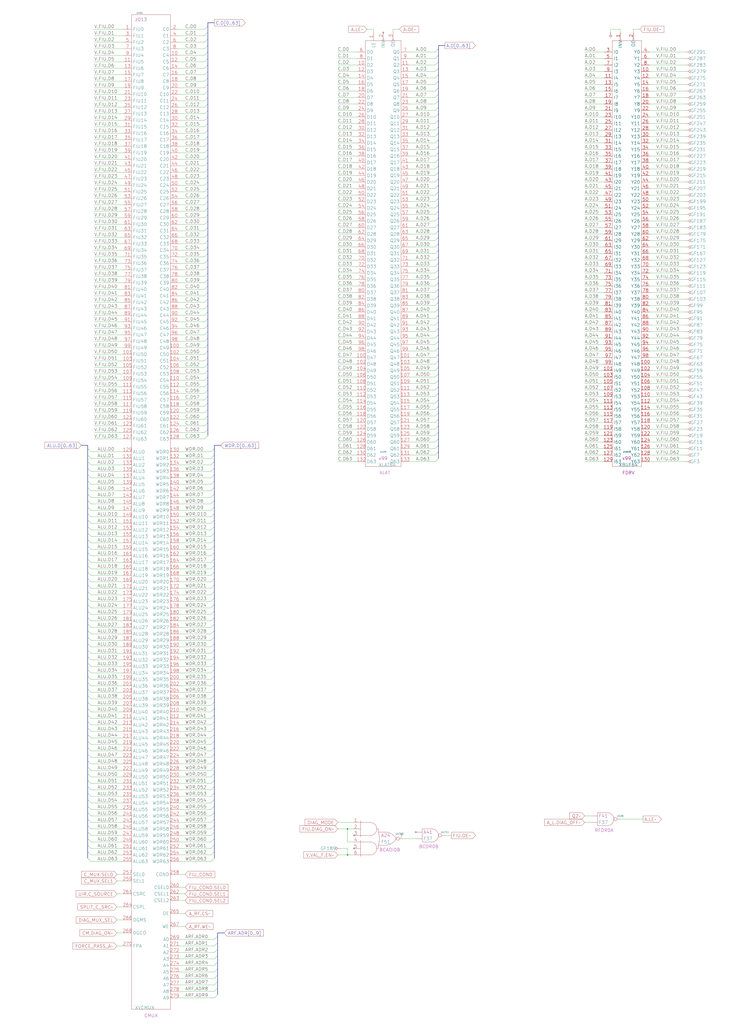
<source format=kicad_sch>
(kicad_sch (version 20230121) (generator eeschema)
  (paper "User" 584.2 800.1)
  (title_block (title "SHIFT MUX\\nMOST SIGNIFICANT BITS") (date "22-MAR-90") (rev "1.0") (comment 1 "VALUE") (comment 2 "232-003063") (comment 3 "S400") (comment 4 "RELEASED"))
  (junction (at 271.78 668.02))
  (junction (at 271.78 647.7))
  (no_connect (at 299.72 25.4))
  (no_connect (at 325.12 650.24))
  (no_connect (at 276.86 662.94))
  (no_connect (at 276.86 652.78))
  (bus_entry (at 167.64 350.52) (size -2.54 2.54))
  (bus_entry (at 162.56 162.56) (size -2.54 2.54))
  (bus_entry (at 68.58 635) (size 2.54 2.54))
  (bus_entry (at 342.9 190.5) (size -2.54 2.54))
  (bus_entry (at 167.64 391.16) (size -2.54 2.54))
  (bus_entry (at 68.58 543.56) (size 2.54 2.54))
  (bus_entry (at 68.58 375.92) (size 2.54 2.54))
  (bus_entry (at 68.58 381) (size 2.54 2.54))
  (bus_entry (at 162.56 309.88) (size -2.54 2.54))
  (bus_entry (at 162.56 213.36) (size -2.54 2.54))
  (bus_entry (at 68.58 579.12) (size 2.54 2.54))
  (bus_entry (at 342.9 261.62) (size -2.54 2.54))
  (bus_entry (at 162.56 101.6) (size -2.54 2.54))
  (bus_entry (at 68.58 396.24) (size 2.54 2.54))
  (bus_entry (at 342.9 129.54) (size -2.54 2.54))
  (bus_entry (at 162.56 274.32) (size -2.54 2.54))
  (bus_entry (at 162.56 50.8) (size -2.54 2.54))
  (bus_entry (at 167.64 436.88) (size -2.54 2.54))
  (bus_entry (at 342.9 170.18) (size -2.54 2.54))
  (bus_entry (at 167.64 589.28) (size -2.54 2.54))
  (bus_entry (at 342.9 38.1) (size -2.54 2.54))
  (bus_entry (at 342.9 322.58) (size -2.54 2.54))
  (bus_entry (at 68.58 604.52) (size 2.54 2.54))
  (bus_entry (at 167.64 599.44) (size -2.54 2.54))
  (bus_entry (at 342.9 215.9) (size -2.54 2.54))
  (bus_entry (at 162.56 193.04) (size -2.54 2.54))
  (bus_entry (at 167.64 640.08) (size -2.54 2.54))
  (bus_entry (at 167.64 381) (size -2.54 2.54))
  (bus_entry (at 162.56 233.68) (size -2.54 2.54))
  (bus_entry (at 342.9 83.82) (size -2.54 2.54))
  (bus_entry (at 68.58 487.68) (size 2.54 2.54))
  (bus_entry (at 342.9 332.74) (size -2.54 2.54))
  (bus_entry (at 167.64 406.4) (size -2.54 2.54))
  (bus_entry (at 162.56 198.12) (size -2.54 2.54))
  (bus_entry (at 162.56 203.2) (size -2.54 2.54))
  (bus_entry (at 167.64 482.6) (size -2.54 2.54))
  (bus_entry (at 167.64 492.76) (size -2.54 2.54))
  (bus_entry (at 167.64 421.64) (size -2.54 2.54))
  (bus_entry (at 167.64 365.76) (size -2.54 2.54))
  (bus_entry (at 162.56 121.92) (size -2.54 2.54))
  (bus_entry (at 68.58 553.72) (size 2.54 2.54))
  (bus_entry (at 167.64 508) (size -2.54 2.54))
  (bus_entry (at 162.56 269.24) (size -2.54 2.54))
  (bus_entry (at 170.18 751.84) (size -2.54 2.54))
  (bus_entry (at 162.56 71.12) (size -2.54 2.54))
  (bus_entry (at 162.56 106.68) (size -2.54 2.54))
  (bus_entry (at 167.64 396.24) (size -2.54 2.54))
  (bus_entry (at 342.9 139.7) (size -2.54 2.54))
  (bus_entry (at 342.9 302.26) (size -2.54 2.54))
  (bus_entry (at 162.56 91.44) (size -2.54 2.54))
  (bus_entry (at 162.56 284.48) (size -2.54 2.54))
  (bus_entry (at 162.56 320.04) (size -2.54 2.54))
  (bus_entry (at 167.64 487.68) (size -2.54 2.54))
  (bus_entry (at 342.9 307.34) (size -2.54 2.54))
  (bus_entry (at 342.9 78.74) (size -2.54 2.54))
  (bus_entry (at 170.18 741.68) (size -2.54 2.54))
  (bus_entry (at 167.64 568.96) (size -2.54 2.54))
  (bus_entry (at 167.64 650.24) (size -2.54 2.54))
  (bus_entry (at 68.58 492.76) (size 2.54 2.54))
  (bus_entry (at 68.58 548.64) (size 2.54 2.54))
  (bus_entry (at 68.58 462.28) (size 2.54 2.54))
  (bus_entry (at 167.64 670.56) (size -2.54 2.54))
  (bus_entry (at 167.64 563.88) (size -2.54 2.54))
  (bus_entry (at 170.18 731.52) (size -2.54 2.54))
  (bus_entry (at 68.58 497.84) (size 2.54 2.54))
  (bus_entry (at 68.58 447.04) (size 2.54 2.54))
  (bus_entry (at 342.9 266.7) (size -2.54 2.54))
  (bus_entry (at 170.18 767.08) (size -2.54 2.54))
  (bus_entry (at 162.56 254) (size -2.54 2.54))
  (bus_entry (at 170.18 777.24) (size -2.54 2.54))
  (bus_entry (at 167.64 584.2) (size -2.54 2.54))
  (bus_entry (at 162.56 35.56) (size -2.54 2.54))
  (bus_entry (at 68.58 472.44) (size 2.54 2.54))
  (bus_entry (at 167.64 619.76) (size -2.54 2.54))
  (bus_entry (at 68.58 665.48) (size 2.54 2.54))
  (bus_entry (at 68.58 365.76) (size 2.54 2.54))
  (bus_entry (at 342.9 251.46) (size -2.54 2.54))
  (bus_entry (at 167.64 502.92) (size -2.54 2.54))
  (bus_entry (at 68.58 533.4) (size 2.54 2.54))
  (bus_entry (at 342.9 63.5) (size -2.54 2.54))
  (bus_entry (at 162.56 314.96) (size -2.54 2.54))
  (bus_entry (at 342.9 236.22) (size -2.54 2.54))
  (bus_entry (at 68.58 589.28) (size 2.54 2.54))
  (bus_entry (at 68.58 360.68) (size 2.54 2.54))
  (bus_entry (at 342.9 119.38) (size -2.54 2.54))
  (bus_entry (at 162.56 111.76) (size -2.54 2.54))
  (bus_entry (at 342.9 358.14) (size -2.54 2.54))
  (bus_entry (at 68.58 502.92) (size 2.54 2.54))
  (bus_entry (at 342.9 287.02) (size -2.54 2.54))
  (bus_entry (at 167.64 472.44) (size -2.54 2.54))
  (bus_entry (at 162.56 340.36) (size -2.54 2.54))
  (bus_entry (at 167.64 462.28) (size -2.54 2.54))
  (bus_entry (at 342.9 160.02) (size -2.54 2.54))
  (bus_entry (at 162.56 167.64) (size -2.54 2.54))
  (bus_entry (at 68.58 629.92) (size 2.54 2.54))
  (bus_entry (at 167.64 441.96) (size -2.54 2.54))
  (bus_entry (at 162.56 116.84) (size -2.54 2.54))
  (bus_entry (at 68.58 406.4) (size 2.54 2.54))
  (bus_entry (at 68.58 614.68) (size 2.54 2.54))
  (bus_entry (at 342.9 68.58) (size -2.54 2.54))
  (bus_entry (at 167.64 370.84) (size -2.54 2.54))
  (bus_entry (at 167.64 386.08) (size -2.54 2.54))
  (bus_entry (at 68.58 350.52) (size 2.54 2.54))
  (bus_entry (at 68.58 421.64) (size 2.54 2.54))
  (bus_entry (at 342.9 144.78) (size -2.54 2.54))
  (bus_entry (at 162.56 299.72) (size -2.54 2.54))
  (bus_entry (at 68.58 426.72) (size 2.54 2.54))
  (bus_entry (at 167.64 452.12) (size -2.54 2.54))
  (bus_entry (at 68.58 609.6) (size 2.54 2.54))
  (bus_entry (at 342.9 210.82) (size -2.54 2.54))
  (bus_entry (at 342.9 175.26) (size -2.54 2.54))
  (bus_entry (at 68.58 650.24) (size 2.54 2.54))
  (bus_entry (at 68.58 563.88) (size 2.54 2.54))
  (bus_entry (at 342.9 246.38) (size -2.54 2.54))
  (bus_entry (at 162.56 30.48) (size -2.54 2.54))
  (bus_entry (at 162.56 55.88) (size -2.54 2.54))
  (bus_entry (at 342.9 271.78) (size -2.54 2.54))
  (bus_entry (at 342.9 88.9) (size -2.54 2.54))
  (bus_entry (at 342.9 347.98) (size -2.54 2.54))
  (bus_entry (at 162.56 243.84) (size -2.54 2.54))
  (bus_entry (at 342.9 353.06) (size -2.54 2.54))
  (bus_entry (at 68.58 584.2) (size 2.54 2.54))
  (bus_entry (at 68.58 558.8) (size 2.54 2.54))
  (bus_entry (at 167.64 375.92) (size -2.54 2.54))
  (bus_entry (at 68.58 599.44) (size 2.54 2.54))
  (bus_entry (at 162.56 304.8) (size -2.54 2.54))
  (bus_entry (at 68.58 411.48) (size 2.54 2.54))
  (bus_entry (at 68.58 624.84) (size 2.54 2.54))
  (bus_entry (at 68.58 523.24) (size 2.54 2.54))
  (bus_entry (at 342.9 180.34) (size -2.54 2.54))
  (bus_entry (at 167.64 655.32) (size -2.54 2.54))
  (bus_entry (at 342.9 109.22) (size -2.54 2.54))
  (bus_entry (at 162.56 142.24) (size -2.54 2.54))
  (bus_entry (at 68.58 655.32) (size 2.54 2.54))
  (bus_entry (at 162.56 172.72) (size -2.54 2.54))
  (bus_entry (at 342.9 149.86) (size -2.54 2.54))
  (bus_entry (at 68.58 518.16) (size 2.54 2.54))
  (bus_entry (at 68.58 452.12) (size 2.54 2.54))
  (bus_entry (at 68.58 436.88) (size 2.54 2.54))
  (bus_entry (at 162.56 20.32) (size -2.54 2.54))
  (bus_entry (at 162.56 81.28) (size -2.54 2.54))
  (bus_entry (at 167.64 457.2) (size -2.54 2.54))
  (bus_entry (at 68.58 391.16) (size 2.54 2.54))
  (bus_entry (at 342.9 154.94) (size -2.54 2.54))
  (bus_entry (at 342.9 165.1) (size -2.54 2.54))
  (bus_entry (at 162.56 137.16) (size -2.54 2.54))
  (bus_entry (at 167.64 411.48) (size -2.54 2.54))
  (bus_entry (at 342.9 220.98) (size -2.54 2.54))
  (bus_entry (at 162.56 40.64) (size -2.54 2.54))
  (bus_entry (at 68.58 467.36) (size 2.54 2.54))
  (bus_entry (at 167.64 553.72) (size -2.54 2.54))
  (bus_entry (at 68.58 431.8) (size 2.54 2.54))
  (bus_entry (at 167.64 497.84) (size -2.54 2.54))
  (bus_entry (at 167.64 614.68) (size -2.54 2.54))
  (bus_entry (at 162.56 182.88) (size -2.54 2.54))
  (bus_entry (at 342.9 256.54) (size -2.54 2.54))
  (bus_entry (at 342.9 200.66) (size -2.54 2.54))
  (bus_entry (at 162.56 264.16) (size -2.54 2.54))
  (bus_entry (at 162.56 208.28) (size -2.54 2.54))
  (bus_entry (at 342.9 93.98) (size -2.54 2.54))
  (bus_entry (at 342.9 297.18) (size -2.54 2.54))
  (bus_entry (at 68.58 538.48) (size 2.54 2.54))
  (bus_entry (at 162.56 238.76) (size -2.54 2.54))
  (bus_entry (at 167.64 594.36) (size -2.54 2.54))
  (bus_entry (at 167.64 355.6) (size -2.54 2.54))
  (bus_entry (at 167.64 467.36) (size -2.54 2.54))
  (bus_entry (at 170.18 736.6) (size -2.54 2.54))
  (bus_entry (at 68.58 594.36) (size 2.54 2.54))
  (bus_entry (at 342.9 104.14) (size -2.54 2.54))
  (bus_entry (at 167.64 604.52) (size -2.54 2.54))
  (bus_entry (at 342.9 281.94) (size -2.54 2.54))
  (bus_entry (at 342.9 205.74) (size -2.54 2.54))
  (bus_entry (at 68.58 370.84) (size 2.54 2.54))
  (bus_entry (at 68.58 568.96) (size 2.54 2.54))
  (bus_entry (at 342.9 292.1) (size -2.54 2.54))
  (bus_entry (at 342.9 342.9) (size -2.54 2.54))
  (bus_entry (at 167.64 401.32) (size -2.54 2.54))
  (bus_entry (at 162.56 294.64) (size -2.54 2.54))
  (bus_entry (at 167.64 635) (size -2.54 2.54))
  (bus_entry (at 162.56 127) (size -2.54 2.54))
  (bus_entry (at 68.58 441.96) (size 2.54 2.54))
  (bus_entry (at 167.64 558.8) (size -2.54 2.54))
  (bus_entry (at 342.9 226.06) (size -2.54 2.54))
  (bus_entry (at 162.56 152.4) (size -2.54 2.54))
  (bus_entry (at 170.18 772.16) (size -2.54 2.54))
  (bus_entry (at 167.64 431.8) (size -2.54 2.54))
  (bus_entry (at 68.58 355.6) (size 2.54 2.54))
  (bus_entry (at 162.56 228.6) (size -2.54 2.54))
  (bus_entry (at 68.58 670.56) (size 2.54 2.54))
  (bus_entry (at 342.9 53.34) (size -2.54 2.54))
  (bus_entry (at 68.58 386.08) (size 2.54 2.54))
  (bus_entry (at 68.58 574.04) (size 2.54 2.54))
  (bus_entry (at 162.56 289.56) (size -2.54 2.54))
  (bus_entry (at 167.64 665.48) (size -2.54 2.54))
  (bus_entry (at 342.9 327.66) (size -2.54 2.54))
  (bus_entry (at 170.18 746.76) (size -2.54 2.54))
  (bus_entry (at 167.64 426.72) (size -2.54 2.54))
  (bus_entry (at 68.58 477.52) (size 2.54 2.54))
  (bus_entry (at 167.64 543.56) (size -2.54 2.54))
  (bus_entry (at 342.9 276.86) (size -2.54 2.54))
  (bus_entry (at 162.56 157.48) (size -2.54 2.54))
  (bus_entry (at 167.64 528.32) (size -2.54 2.54))
  (bus_entry (at 68.58 640.08) (size 2.54 2.54))
  (bus_entry (at 162.56 147.32) (size -2.54 2.54))
  (bus_entry (at 342.9 312.42) (size -2.54 2.54))
  (bus_entry (at 68.58 482.6) (size 2.54 2.54))
  (bus_entry (at 167.64 624.84) (size -2.54 2.54))
  (bus_entry (at 162.56 76.2) (size -2.54 2.54))
  (bus_entry (at 167.64 513.08) (size -2.54 2.54))
  (bus_entry (at 162.56 177.8) (size -2.54 2.54))
  (bus_entry (at 342.9 195.58) (size -2.54 2.54))
  (bus_entry (at 342.9 231.14) (size -2.54 2.54))
  (bus_entry (at 162.56 279.4) (size -2.54 2.54))
  (bus_entry (at 162.56 66.04) (size -2.54 2.54))
  (bus_entry (at 342.9 114.3) (size -2.54 2.54))
  (bus_entry (at 167.64 538.48) (size -2.54 2.54))
  (bus_entry (at 167.64 477.52) (size -2.54 2.54))
  (bus_entry (at 342.9 134.62) (size -2.54 2.54))
  (bus_entry (at 167.64 360.68) (size -2.54 2.54))
  (bus_entry (at 342.9 73.66) (size -2.54 2.54))
  (bus_entry (at 342.9 124.46) (size -2.54 2.54))
  (bus_entry (at 167.64 533.4) (size -2.54 2.54))
  (bus_entry (at 68.58 513.08) (size 2.54 2.54))
  (bus_entry (at 68.58 457.2) (size 2.54 2.54))
  (bus_entry (at 167.64 447.04) (size -2.54 2.54))
  (bus_entry (at 162.56 60.96) (size -2.54 2.54))
  (bus_entry (at 68.58 660.4) (size 2.54 2.54))
  (bus_entry (at 167.64 518.16) (size -2.54 2.54))
  (bus_entry (at 342.9 99.06) (size -2.54 2.54))
  (bus_entry (at 68.58 416.56) (size 2.54 2.54))
  (bus_entry (at 342.9 58.42) (size -2.54 2.54))
  (bus_entry (at 162.56 223.52) (size -2.54 2.54))
  (bus_entry (at 68.58 508) (size 2.54 2.54))
  (bus_entry (at 342.9 43.18) (size -2.54 2.54))
  (bus_entry (at 342.9 241.3) (size -2.54 2.54))
  (bus_entry (at 162.56 325.12) (size -2.54 2.54))
  (bus_entry (at 162.56 248.92) (size -2.54 2.54))
  (bus_entry (at 162.56 86.36) (size -2.54 2.54))
  (bus_entry (at 162.56 187.96) (size -2.54 2.54))
  (bus_entry (at 162.56 335.28) (size -2.54 2.54))
  (bus_entry (at 342.9 337.82) (size -2.54 2.54))
  (bus_entry (at 68.58 528.32) (size 2.54 2.54))
  (bus_entry (at 162.56 218.44) (size -2.54 2.54))
  (bus_entry (at 342.9 317.5) (size -2.54 2.54))
  (bus_entry (at 162.56 45.72) (size -2.54 2.54))
  (bus_entry (at 68.58 401.32) (size 2.54 2.54))
  (bus_entry (at 167.64 660.4) (size -2.54 2.54))
  (bus_entry (at 342.9 185.42) (size -2.54 2.54))
  (bus_entry (at 170.18 756.92) (size -2.54 2.54))
  (bus_entry (at 170.18 762) (size -2.54 2.54))
  (bus_entry (at 162.56 259.08) (size -2.54 2.54))
  (bus_entry (at 167.64 574.04) (size -2.54 2.54))
  (bus_entry (at 167.64 609.6) (size -2.54 2.54))
  (bus_entry (at 162.56 25.4) (size -2.54 2.54))
  (bus_entry (at 162.56 96.52) (size -2.54 2.54))
  (bus_entry (at 167.64 548.64) (size -2.54 2.54))
  (bus_entry (at 167.64 645.16) (size -2.54 2.54))
  (bus_entry (at 167.64 416.56) (size -2.54 2.54))
  (bus_entry (at 167.64 629.92) (size -2.54 2.54))
  (bus_entry (at 167.64 579.12) (size -2.54 2.54))
  (bus_entry (at 342.9 48.26) (size -2.54 2.54))
  (bus_entry (at 162.56 330.2) (size -2.54 2.54))
  (bus_entry (at 167.64 523.24) (size -2.54 2.54))
  (bus_entry (at 68.58 645.16) (size 2.54 2.54))
  (bus_entry (at 162.56 132.08) (size -2.54 2.54))
  (bus_entry (at 68.58 619.76) (size 2.54 2.54))
  (wire (pts (xy 139.7 368.3) (xy 165.1 368.3)))
  (wire (pts (xy 535.94 101.6) (xy 508 101.6)))
  (wire (pts (xy 535.94 314.96) (xy 508 314.96)))
  (bus (pts (xy 68.58 472.44) (xy 68.58 477.52)))
  (wire (pts (xy 73.66 261.62) (xy 96.52 261.62)))
  (bus (pts (xy 342.9 124.46) (xy 342.9 129.54)))
  (wire (pts (xy 320.04 40.64) (xy 340.36 40.64)))
  (wire (pts (xy 472.44 320.04) (xy 457.2 320.04)))
  (wire (pts (xy 264.16 223.52) (xy 279.4 223.52)))
  (wire (pts (xy 73.66 149.86) (xy 96.52 149.86)))
  (bus (pts (xy 162.56 228.6) (xy 162.56 233.68)))
  (bus (pts (xy 342.9 190.5) (xy 342.9 195.58)))
  (wire (pts (xy 535.94 66.04) (xy 508 66.04)))
  (bus (pts (xy 167.64 401.32) (xy 167.64 406.4)))
  (wire (pts (xy 139.7 63.5) (xy 160.02 63.5)))
  (wire (pts (xy 139.7 53.34) (xy 160.02 53.34)))
  (wire (pts (xy 314.96 655.32) (xy 325.12 655.32)))
  (bus (pts (xy 167.64 350.52) (xy 167.64 355.6)))
  (bus (pts (xy 167.64 396.24) (xy 167.64 401.32)))
  (wire (pts (xy 73.66 160.02) (xy 96.52 160.02)))
  (wire (pts (xy 139.7 566.42) (xy 165.1 566.42)))
  (wire (pts (xy 73.66 104.14) (xy 96.52 104.14)))
  (bus (pts (xy 342.9 165.1) (xy 342.9 170.18)))
  (wire (pts (xy 139.7 88.9) (xy 160.02 88.9)))
  (wire (pts (xy 472.44 233.68) (xy 457.2 233.68)))
  (bus (pts (xy 170.18 741.68) (xy 170.18 746.76)))
  (bus (pts (xy 342.9 99.06) (xy 342.9 104.14)))
  (bus (pts (xy 342.9 337.82) (xy 342.9 342.9)))
  (bus (pts (xy 167.64 538.48) (xy 167.64 543.56)))
  (wire (pts (xy 264.16 289.56) (xy 279.4 289.56)))
  (bus (pts (xy 342.9 297.18) (xy 342.9 302.26)))
  (bus (pts (xy 68.58 665.48) (xy 68.58 670.56)))
  (bus (pts (xy 167.64 589.28) (xy 167.64 594.36)))
  (bus (pts (xy 167.64 579.12) (xy 167.64 584.2)))
  (wire (pts (xy 139.7 109.22) (xy 160.02 109.22)))
  (wire (pts (xy 139.7 698.5) (xy 144.78 698.5)))
  (wire (pts (xy 139.7 337.82) (xy 160.02 337.82)))
  (bus (pts (xy 162.56 76.2) (xy 162.56 81.28)))
  (wire (pts (xy 472.44 45.72) (xy 457.2 45.72)))
  (bus (pts (xy 162.56 279.4) (xy 162.56 284.48)))
  (bus (pts (xy 162.56 55.88) (xy 162.56 60.96)))
  (wire (pts (xy 264.16 360.68) (xy 279.4 360.68)))
  (bus (pts (xy 68.58 411.48) (xy 68.58 416.56)))
  (wire (pts (xy 96.52 444.5) (xy 71.12 444.5)))
  (wire (pts (xy 472.44 96.52) (xy 457.2 96.52)))
  (wire (pts (xy 73.66 332.74) (xy 96.52 332.74)))
  (wire (pts (xy 535.94 152.4) (xy 508 152.4)))
  (wire (pts (xy 264.16 106.68) (xy 279.4 106.68)))
  (wire (pts (xy 96.52 530.86) (xy 71.12 530.86)))
  (wire (pts (xy 477.52 22.86) (xy 485.14 22.86)))
  (wire (pts (xy 96.52 581.66) (xy 71.12 581.66)))
  (wire (pts (xy 320.04 66.04) (xy 340.36 66.04)))
  (bus (pts (xy 162.56 330.2) (xy 162.56 335.28)))
  (bus (pts (xy 63.5 347.98) (xy 68.58 347.98)))
  (bus (pts (xy 342.9 251.46) (xy 342.9 256.54)))
  (wire (pts (xy 264.16 55.88) (xy 279.4 55.88)))
  (bus (pts (xy 162.56 213.36) (xy 162.56 218.44)))
  (wire (pts (xy 139.7 383.54) (xy 165.1 383.54)))
  (bus (pts (xy 162.56 203.2) (xy 162.56 208.28)))
  (wire (pts (xy 96.52 551.18) (xy 71.12 551.18)))
  (wire (pts (xy 472.44 248.92) (xy 457.2 248.92)))
  (bus (pts (xy 68.58 599.44) (xy 68.58 604.52)))
  (wire (pts (xy 91.44 728.98) (xy 96.52 728.98)))
  (bus (pts (xy 162.56 238.76) (xy 162.56 243.84)))
  (bus (pts (xy 162.56 274.32) (xy 162.56 279.4)))
  (wire (pts (xy 264.16 86.36) (xy 279.4 86.36)))
  (bus (pts (xy 342.9 78.74) (xy 342.9 83.82)))
  (wire (pts (xy 472.44 121.92) (xy 457.2 121.92)))
  (wire (pts (xy 139.7 393.7) (xy 165.1 393.7)))
  (bus (pts (xy 68.58 513.08) (xy 68.58 518.16)))
  (wire (pts (xy 73.66 93.98) (xy 96.52 93.98)))
  (wire (pts (xy 264.16 111.76) (xy 279.4 111.76)))
  (wire (pts (xy 73.66 38.1) (xy 96.52 38.1)))
  (wire (pts (xy 535.94 96.52) (xy 508 96.52)))
  (bus (pts (xy 342.9 109.22) (xy 342.9 114.3)))
  (bus (pts (xy 167.64 492.76) (xy 167.64 497.84)))
  (wire (pts (xy 535.94 111.76) (xy 508 111.76)))
  (wire (pts (xy 320.04 45.72) (xy 340.36 45.72)))
  (bus (pts (xy 162.56 17.78) (xy 162.56 20.32)))
  (wire (pts (xy 535.94 320.04) (xy 508 320.04)))
  (wire (pts (xy 139.7 27.94) (xy 160.02 27.94)))
  (wire (pts (xy 472.44 218.44) (xy 457.2 218.44)))
  (bus (pts (xy 342.9 307.34) (xy 342.9 312.42)))
  (wire (pts (xy 139.7 485.14) (xy 165.1 485.14)))
  (wire (pts (xy 139.7 495.3) (xy 165.1 495.3)))
  (wire (pts (xy 96.52 469.9) (xy 71.12 469.9)))
  (bus (pts (xy 162.56 223.52) (xy 162.56 228.6)))
  (wire (pts (xy 139.7 43.18) (xy 160.02 43.18)))
  (wire (pts (xy 73.66 205.74) (xy 96.52 205.74)))
  (wire (pts (xy 96.52 363.22) (xy 71.12 363.22)))
  (wire (pts (xy 320.04 127) (xy 340.36 127)))
  (wire (pts (xy 139.7 256.54) (xy 160.02 256.54)))
  (wire (pts (xy 167.64 779.78) (xy 139.7 779.78)))
  (bus (pts (xy 162.56 314.96) (xy 162.56 320.04)))
  (bus (pts (xy 167.64 528.32) (xy 167.64 533.4)))
  (wire (pts (xy 96.52 561.34) (xy 71.12 561.34)))
  (wire (pts (xy 96.52 662.94) (xy 71.12 662.94)))
  (wire (pts (xy 264.16 642.62) (xy 276.86 642.62)))
  (bus (pts (xy 68.58 436.88) (xy 68.58 441.96)))
  (wire (pts (xy 96.52 612.14) (xy 71.12 612.14)))
  (bus (pts (xy 167.64 411.48) (xy 167.64 416.56)))
  (wire (pts (xy 264.16 76.2) (xy 279.4 76.2)))
  (wire (pts (xy 264.16 203.2) (xy 279.4 203.2)))
  (bus (pts (xy 342.9 241.3) (xy 342.9 246.38)))
  (wire (pts (xy 139.7 38.1) (xy 160.02 38.1)))
  (wire (pts (xy 472.44 66.04) (xy 457.2 66.04)))
  (wire (pts (xy 96.52 383.54) (xy 71.12 383.54)))
  (wire (pts (xy 320.04 55.88) (xy 340.36 55.88)))
  (bus (pts (xy 68.58 609.6) (xy 68.58 614.68)))
  (wire (pts (xy 264.16 279.4) (xy 279.4 279.4)))
  (wire (pts (xy 167.64 734.06) (xy 139.7 734.06)))
  (bus (pts (xy 342.9 88.9) (xy 342.9 93.98)))
  (wire (pts (xy 96.52 398.78) (xy 71.12 398.78)))
  (bus (pts (xy 162.56 91.44) (xy 162.56 96.52)))
  (bus (pts (xy 167.64 574.04) (xy 167.64 579.12)))
  (wire (pts (xy 472.44 116.84) (xy 457.2 116.84)))
  (wire (pts (xy 320.04 264.16) (xy 340.36 264.16)))
  (bus (pts (xy 342.9 149.86) (xy 342.9 154.94)))
  (wire (pts (xy 139.7 673.1) (xy 165.1 673.1)))
  (wire (pts (xy 139.7 561.34) (xy 165.1 561.34)))
  (wire (pts (xy 472.44 162.56) (xy 457.2 162.56)))
  (wire (pts (xy 320.04 177.8) (xy 340.36 177.8)))
  (bus (pts (xy 68.58 655.32) (xy 68.58 660.4)))
  (wire (pts (xy 73.66 266.7) (xy 96.52 266.7)))
  (bus (pts (xy 167.64 375.92) (xy 167.64 381)))
  (bus (pts (xy 68.58 381) (xy 68.58 386.08)))
  (wire (pts (xy 73.66 175.26) (xy 96.52 175.26)))
  (wire (pts (xy 472.44 213.36) (xy 457.2 213.36)))
  (wire (pts (xy 320.04 106.68) (xy 340.36 106.68)))
  (bus (pts (xy 68.58 629.92) (xy 68.58 635)))
  (bus (pts (xy 162.56 152.4) (xy 162.56 157.48)))
  (wire (pts (xy 139.7 160.02) (xy 160.02 160.02)))
  (bus (pts (xy 342.9 119.38) (xy 342.9 124.46)))
  (wire (pts (xy 139.7 657.86) (xy 165.1 657.86)))
  (wire (pts (xy 320.04 345.44) (xy 340.36 345.44)))
  (wire (pts (xy 535.94 55.88) (xy 508 55.88)))
  (bus (pts (xy 342.9 114.3) (xy 342.9 119.38)))
  (bus (pts (xy 342.9 160.02) (xy 342.9 165.1)))
  (wire (pts (xy 264.16 157.48) (xy 279.4 157.48)))
  (bus (pts (xy 68.58 441.96) (xy 68.58 447.04)))
  (wire (pts (xy 312.42 22.86) (xy 307.34 22.86)))
  (wire (pts (xy 472.44 360.68) (xy 457.2 360.68)))
  (wire (pts (xy 96.52 480.06) (xy 71.12 480.06)))
  (bus (pts (xy 162.56 167.64) (xy 162.56 172.72)))
  (wire (pts (xy 287.02 22.86) (xy 292.1 22.86)))
  (wire (pts (xy 73.66 236.22) (xy 96.52 236.22)))
  (wire (pts (xy 139.7 276.86) (xy 160.02 276.86)))
  (wire (pts (xy 96.52 408.94) (xy 71.12 408.94)))
  (bus (pts (xy 342.9 134.62) (xy 342.9 139.7)))
  (wire (pts (xy 96.52 378.46) (xy 71.12 378.46)))
  (wire (pts (xy 485.14 22.86) (xy 485.14 25.4)))
  (wire (pts (xy 139.7 114.3) (xy 160.02 114.3)))
  (bus (pts (xy 167.64 447.04) (xy 167.64 452.12)))
  (bus (pts (xy 342.9 261.62) (xy 342.9 266.7)))
  (bus (pts (xy 170.18 736.6) (xy 170.18 741.68)))
  (bus (pts (xy 162.56 157.48) (xy 162.56 162.56)))
  (wire (pts (xy 472.44 335.28) (xy 457.2 335.28)))
  (wire (pts (xy 320.04 182.88) (xy 340.36 182.88)))
  (bus (pts (xy 342.9 292.1) (xy 342.9 297.18)))
  (wire (pts (xy 73.66 322.58) (xy 96.52 322.58)))
  (bus (pts (xy 68.58 416.56) (xy 68.58 421.64)))
  (wire (pts (xy 96.52 485.14) (xy 71.12 485.14)))
  (wire (pts (xy 276.86 657.86) (xy 271.78 657.86)))
  (bus (pts (xy 68.58 508) (xy 68.58 513.08)))
  (bus (pts (xy 162.56 208.28) (xy 162.56 213.36)))
  (bus (pts (xy 167.64 523.24) (xy 167.64 528.32)))
  (wire (pts (xy 96.52 571.5) (xy 71.12 571.5)))
  (bus (pts (xy 162.56 233.68) (xy 162.56 238.76)))
  (bus (pts (xy 162.56 172.72) (xy 162.56 177.8)))
  (wire (pts (xy 167.64 749.3) (xy 139.7 749.3)))
  (bus (pts (xy 342.9 312.42) (xy 342.9 317.5)))
  (bus (pts (xy 68.58 355.6) (xy 68.58 360.68)))
  (wire (pts (xy 139.7 185.42) (xy 160.02 185.42)))
  (wire (pts (xy 96.52 637.54) (xy 71.12 637.54)))
  (wire (pts (xy 139.7 48.26) (xy 160.02 48.26)))
  (bus (pts (xy 342.9 302.26) (xy 342.9 307.34)))
  (bus (pts (xy 162.56 50.8) (xy 162.56 55.88)))
  (wire (pts (xy 320.04 360.68) (xy 340.36 360.68)))
  (wire (pts (xy 472.44 299.72) (xy 457.2 299.72)))
  (bus (pts (xy 162.56 127) (xy 162.56 132.08)))
  (wire (pts (xy 535.94 76.2) (xy 508 76.2)))
  (bus (pts (xy 167.64 513.08) (xy 167.64 518.16)))
  (bus (pts (xy 162.56 60.96) (xy 162.56 66.04)))
  (wire (pts (xy 472.44 203.2) (xy 457.2 203.2)))
  (wire (pts (xy 320.04 96.52) (xy 340.36 96.52)))
  (bus (pts (xy 342.9 93.98) (xy 342.9 99.06)))
  (bus (pts (xy 68.58 457.2) (xy 68.58 462.28)))
  (wire (pts (xy 96.52 642.62) (xy 71.12 642.62)))
  (wire (pts (xy 139.7 414.02) (xy 165.1 414.02)))
  (wire (pts (xy 167.64 764.54) (xy 139.7 764.54)))
  (wire (pts (xy 139.7 149.86) (xy 160.02 149.86)))
  (wire (pts (xy 139.7 632.46) (xy 165.1 632.46)))
  (bus (pts (xy 167.64 457.2) (xy 167.64 462.28)))
  (wire (pts (xy 96.52 546.1) (xy 71.12 546.1)))
  (bus (pts (xy 167.64 426.72) (xy 167.64 431.8)))
  (wire (pts (xy 96.52 373.38) (xy 71.12 373.38)))
  (wire (pts (xy 139.7 662.94) (xy 165.1 662.94)))
  (wire (pts (xy 472.44 330.2) (xy 457.2 330.2)))
  (bus (pts (xy 167.64 629.92) (xy 167.64 635)))
  (wire (pts (xy 320.04 152.4) (xy 340.36 152.4)))
  (wire (pts (xy 535.94 264.16) (xy 508 264.16)))
  (bus (pts (xy 167.64 436.88) (xy 167.64 441.96)))
  (wire (pts (xy 535.94 213.36) (xy 508 213.36)))
  (wire (pts (xy 139.7 469.9) (xy 165.1 469.9)))
  (wire (pts (xy 535.94 294.64) (xy 508 294.64)))
  (bus (pts (xy 167.64 619.76) (xy 167.64 624.84)))
  (wire (pts (xy 73.66 78.74) (xy 96.52 78.74)))
  (bus (pts (xy 162.56 309.88) (xy 162.56 314.96)))
  (bus (pts (xy 68.58 584.2) (xy 68.58 589.28)))
  (bus (pts (xy 68.58 452.12) (xy 68.58 457.2)))
  (wire (pts (xy 73.66 43.18) (xy 96.52 43.18)))
  (wire (pts (xy 139.7 530.86) (xy 165.1 530.86)))
  (wire (pts (xy 139.7 571.5) (xy 165.1 571.5)))
  (wire (pts (xy 139.7 541.02) (xy 165.1 541.02)))
  (wire (pts (xy 139.7 200.66) (xy 160.02 200.66)))
  (wire (pts (xy 96.52 607.06) (xy 71.12 607.06)))
  (wire (pts (xy 139.7 398.78) (xy 165.1 398.78)))
  (wire (pts (xy 264.16 325.12) (xy 279.4 325.12)))
  (wire (pts (xy 167.64 739.14) (xy 139.7 739.14)))
  (bus (pts (xy 68.58 391.16) (xy 68.58 396.24)))
  (bus (pts (xy 167.64 17.78) (xy 162.56 17.78)))
  (wire (pts (xy 96.52 652.78) (xy 71.12 652.78)))
  (wire (pts (xy 139.7 556.26) (xy 165.1 556.26)))
  (bus (pts (xy 167.64 381) (xy 167.64 386.08)))
  (wire (pts (xy 139.7 607.06) (xy 165.1 607.06)))
  (wire (pts (xy 472.44 279.4) (xy 457.2 279.4)))
  (wire (pts (xy 139.7 327.66) (xy 160.02 327.66)))
  (wire (pts (xy 139.7 93.98) (xy 160.02 93.98)))
  (wire (pts (xy 139.7 129.54) (xy 160.02 129.54)))
  (wire (pts (xy 472.44 101.6) (xy 457.2 101.6)))
  (wire (pts (xy 264.16 233.68) (xy 279.4 233.68)))
  (bus (pts (xy 68.58 477.52) (xy 68.58 482.6)))
  (wire (pts (xy 139.7 474.98) (xy 165.1 474.98)))
  (bus (pts (xy 162.56 20.32) (xy 162.56 25.4)))
  (wire (pts (xy 535.94 248.92) (xy 508 248.92)))
  (wire (pts (xy 320.04 157.48) (xy 340.36 157.48)))
  (bus (pts (xy 167.64 431.8) (xy 167.64 436.88)))
  (wire (pts (xy 91.44 708.66) (xy 96.52 708.66)))
  (bus (pts (xy 170.18 728.98) (xy 170.18 731.52)))
  (wire (pts (xy 472.44 167.64) (xy 457.2 167.64)))
  (wire (pts (xy 139.7 627.38) (xy 165.1 627.38)))
  (wire (pts (xy 320.04 228.6) (xy 340.36 228.6)))
  (wire (pts (xy 320.04 203.2) (xy 340.36 203.2)))
  (bus (pts (xy 342.9 35.56) (xy 342.9 38.1)))
  (wire (pts (xy 96.52 535.94) (xy 71.12 535.94)))
  (wire (pts (xy 472.44 294.64) (xy 457.2 294.64)))
  (bus (pts (xy 167.64 533.4) (xy 167.64 538.48)))
  (wire (pts (xy 73.66 327.66) (xy 96.52 327.66)))
  (wire (pts (xy 347.98 652.78) (xy 353.06 652.78)))
  (wire (pts (xy 472.44 177.8) (xy 457.2 177.8)))
  (bus (pts (xy 342.9 256.54) (xy 342.9 261.62)))
  (bus (pts (xy 167.64 604.52) (xy 167.64 609.6)))
  (wire (pts (xy 96.52 510.54) (xy 71.12 510.54)))
  (wire (pts (xy 320.04 279.4) (xy 340.36 279.4)))
  (bus (pts (xy 68.58 396.24) (xy 68.58 401.32)))
  (wire (pts (xy 264.16 45.72) (xy 279.4 45.72)))
  (bus (pts (xy 342.9 342.9) (xy 342.9 347.98)))
  (wire (pts (xy 320.04 76.2) (xy 340.36 76.2)))
  (wire (pts (xy 535.94 157.48) (xy 508 157.48)))
  (bus (pts (xy 342.9 139.7) (xy 342.9 144.78)))
  (wire (pts (xy 139.7 449.58) (xy 165.1 449.58)))
  (wire (pts (xy 96.52 454.66) (xy 71.12 454.66)))
  (wire (pts (xy 139.7 683.26) (xy 144.78 683.26)))
  (bus (pts (xy 162.56 101.6) (xy 162.56 106.68)))
  (wire (pts (xy 96.52 429.26) (xy 71.12 429.26)))
  (bus (pts (xy 68.58 574.04) (xy 68.58 579.12)))
  (wire (pts (xy 535.94 182.88) (xy 508 182.88)))
  (wire (pts (xy 535.94 106.68) (xy 508 106.68)))
  (wire (pts (xy 139.7 596.9) (xy 165.1 596.9)))
  (wire (pts (xy 535.94 259.08) (xy 508 259.08)))
  (bus (pts (xy 167.64 594.36) (xy 167.64 599.44)))
  (wire (pts (xy 73.66 220.98) (xy 96.52 220.98)))
  (wire (pts (xy 320.04 320.04) (xy 340.36 320.04)))
  (bus (pts (xy 342.9 215.9) (xy 342.9 220.98)))
  (wire (pts (xy 264.16 647.7) (xy 271.78 647.7)))
  (wire (pts (xy 139.7 358.14) (xy 165.1 358.14)))
  (wire (pts (xy 320.04 101.6) (xy 340.36 101.6)))
  (wire (pts (xy 96.52 520.7) (xy 71.12 520.7)))
  (bus (pts (xy 167.64 609.6) (xy 167.64 614.68)))
  (wire (pts (xy 139.7 439.42) (xy 165.1 439.42)))
  (wire (pts (xy 96.52 541.02) (xy 71.12 541.02)))
  (wire (pts (xy 73.66 53.34) (xy 96.52 53.34)))
  (wire (pts (xy 96.52 388.62) (xy 71.12 388.62)))
  (wire (pts (xy 472.44 50.8) (xy 457.2 50.8)))
  (wire (pts (xy 320.04 167.64) (xy 340.36 167.64)))
  (bus (pts (xy 68.58 518.16) (xy 68.58 523.24)))
  (wire (pts (xy 264.16 304.8) (xy 279.4 304.8)))
  (wire (pts (xy 264.16 259.08) (xy 279.4 259.08)))
  (wire (pts (xy 73.66 185.42) (xy 96.52 185.42)))
  (bus (pts (xy 167.64 416.56) (xy 167.64 421.64)))
  (wire (pts (xy 139.7 378.46) (xy 165.1 378.46)))
  (bus (pts (xy 342.9 220.98) (xy 342.9 226.06)))
  (wire (pts (xy 320.04 223.52) (xy 340.36 223.52)))
  (wire (pts (xy 73.66 251.46) (xy 96.52 251.46)))
  (wire (pts (xy 73.66 180.34) (xy 96.52 180.34)))
  (wire (pts (xy 96.52 657.86) (xy 71.12 657.86)))
  (wire (pts (xy 96.52 368.3) (xy 71.12 368.3)))
  (bus (pts (xy 162.56 86.36) (xy 162.56 91.44)))
  (wire (pts (xy 320.04 218.44) (xy 340.36 218.44)))
  (wire (pts (xy 535.94 340.36) (xy 508 340.36)))
  (wire (pts (xy 139.7 525.78) (xy 165.1 525.78)))
  (wire (pts (xy 535.94 203.2) (xy 508 203.2)))
  (bus (pts (xy 68.58 492.76) (xy 68.58 497.84)))
  (wire (pts (xy 320.04 325.12) (xy 340.36 325.12)))
  (wire (pts (xy 73.66 292.1) (xy 96.52 292.1)))
  (wire (pts (xy 96.52 358.14) (xy 71.12 358.14)))
  (wire (pts (xy 266.7 662.94) (xy 271.78 662.94)))
  (bus (pts (xy 342.9 271.78) (xy 342.9 276.86)))
  (wire (pts (xy 472.44 137.16) (xy 457.2 137.16)))
  (wire (pts (xy 167.64 774.7) (xy 139.7 774.7)))
  (wire (pts (xy 264.16 162.56) (xy 279.4 162.56)))
  (wire (pts (xy 96.52 668.02) (xy 71.12 668.02)))
  (wire (pts (xy 96.52 474.98) (xy 71.12 474.98)))
  (wire (pts (xy 264.16 243.84) (xy 279.4 243.84)))
  (wire (pts (xy 535.94 360.68) (xy 508 360.68)))
  (wire (pts (xy 320.04 60.96) (xy 340.36 60.96)))
  (bus (pts (xy 167.64 624.84) (xy 167.64 629.92)))
  (bus (pts (xy 162.56 40.64) (xy 162.56 45.72)))
  (wire (pts (xy 535.94 330.2) (xy 508 330.2)))
  (wire (pts (xy 96.52 591.82) (xy 71.12 591.82)))
  (bus (pts (xy 68.58 523.24) (xy 68.58 528.32)))
  (wire (pts (xy 535.94 116.84) (xy 508 116.84)))
  (bus (pts (xy 162.56 106.68) (xy 162.56 111.76)))
  (bus (pts (xy 162.56 335.28) (xy 162.56 340.36)))
  (wire (pts (xy 73.66 88.9) (xy 96.52 88.9)))
  (bus (pts (xy 162.56 289.56) (xy 162.56 294.64)))
  (wire (pts (xy 96.52 627.38) (xy 71.12 627.38)))
  (bus (pts (xy 68.58 538.48) (xy 68.58 543.56)))
  (wire (pts (xy 139.7 434.34) (xy 165.1 434.34)))
  (wire (pts (xy 264.16 142.24) (xy 279.4 142.24)))
  (bus (pts (xy 167.64 370.84) (xy 167.64 375.92)))
  (wire (pts (xy 535.94 355.6) (xy 508 355.6)))
  (wire (pts (xy 535.94 45.72) (xy 508 45.72)))
  (wire (pts (xy 472.44 40.64) (xy 457.2 40.64)))
  (wire (pts (xy 264.16 218.44) (xy 279.4 218.44)))
  (wire (pts (xy 139.7 612.14) (xy 165.1 612.14)))
  (wire (pts (xy 472.44 274.32) (xy 457.2 274.32)))
  (wire (pts (xy 535.94 121.92) (xy 508 121.92)))
  (wire (pts (xy 73.66 312.42) (xy 96.52 312.42)))
  (wire (pts (xy 485.14 640.08) (xy 502.92 640.08)))
  (bus (pts (xy 162.56 96.52) (xy 162.56 101.6)))
  (wire (pts (xy 73.66 83.82) (xy 96.52 83.82)))
  (wire (pts (xy 139.7 546.1) (xy 165.1 546.1)))
  (wire (pts (xy 139.7 591.82) (xy 165.1 591.82)))
  (wire (pts (xy 139.7 226.06) (xy 160.02 226.06)))
  (wire (pts (xy 320.04 309.88) (xy 340.36 309.88)))
  (wire (pts (xy 139.7 668.02) (xy 165.1 668.02)))
  (wire (pts (xy 264.16 248.92) (xy 279.4 248.92)))
  (bus (pts (xy 167.64 599.44) (xy 167.64 604.52)))
  (bus (pts (xy 342.9 185.42) (xy 342.9 190.5)))
  (wire (pts (xy 139.7 363.22) (xy 165.1 363.22)))
  (wire (pts (xy 139.7 454.66) (xy 165.1 454.66)))
  (wire (pts (xy 320.04 111.76) (xy 340.36 111.76)))
  (bus (pts (xy 175.26 728.98) (xy 170.18 728.98)))
  (wire (pts (xy 535.94 279.4) (xy 508 279.4)))
  (bus (pts (xy 162.56 254) (xy 162.56 259.08)))
  (wire (pts (xy 320.04 274.32) (xy 340.36 274.32)))
  (wire (pts (xy 96.52 500.38) (xy 71.12 500.38)))
  (bus (pts (xy 68.58 350.52) (xy 68.58 355.6)))
  (wire (pts (xy 139.7 617.22) (xy 165.1 617.22)))
  (wire (pts (xy 139.7 119.38) (xy 160.02 119.38)))
  (bus (pts (xy 68.58 624.84) (xy 68.58 629.92)))
  (wire (pts (xy 139.7 292.1) (xy 160.02 292.1)))
  (bus (pts (xy 68.58 365.76) (xy 68.58 370.84)))
  (wire (pts (xy 139.7 68.58) (xy 160.02 68.58)))
  (bus (pts (xy 162.56 218.44) (xy 162.56 223.52)))
  (wire (pts (xy 320.04 248.92) (xy 340.36 248.92)))
  (wire (pts (xy 73.66 124.46) (xy 96.52 124.46)))
  (bus (pts (xy 342.9 246.38) (xy 342.9 251.46)))
  (wire (pts (xy 167.64 759.46) (xy 139.7 759.46)))
  (wire (pts (xy 73.66 307.34) (xy 96.52 307.34)))
  (bus (pts (xy 167.64 665.48) (xy 167.64 670.56)))
  (wire (pts (xy 96.52 434.34) (xy 71.12 434.34)))
  (bus (pts (xy 342.9 332.74) (xy 342.9 337.82)))
  (bus (pts (xy 167.64 645.16) (xy 167.64 650.24)))
  (wire (pts (xy 264.16 314.96) (xy 279.4 314.96)))
  (wire (pts (xy 73.66 271.78) (xy 96.52 271.78)))
  (bus (pts (xy 167.64 386.08) (xy 167.64 391.16)))
  (wire (pts (xy 139.7 490.22) (xy 165.1 490.22)))
  (wire (pts (xy 472.44 238.76) (xy 457.2 238.76)))
  (wire (pts (xy 139.7 342.9) (xy 160.02 342.9)))
  (wire (pts (xy 271.78 662.94) (xy 271.78 668.02)))
  (wire (pts (xy 264.16 177.8) (xy 279.4 177.8)))
  (wire (pts (xy 535.94 142.24) (xy 508 142.24)))
  (wire (pts (xy 472.44 147.32) (xy 457.2 147.32)))
  (bus (pts (xy 342.9 287.02) (xy 342.9 292.1)))
  (wire (pts (xy 264.16 208.28) (xy 279.4 208.28)))
  (wire (pts (xy 139.7 58.42) (xy 160.02 58.42)))
  (bus (pts (xy 342.9 73.66) (xy 342.9 78.74)))
  (wire (pts (xy 139.7 144.78) (xy 160.02 144.78)))
  (bus (pts (xy 68.58 421.64) (xy 68.58 426.72)))
  (wire (pts (xy 96.52 414.02) (xy 71.12 414.02)))
  (wire (pts (xy 96.52 449.58) (xy 71.12 449.58)))
  (wire (pts (xy 320.04 299.72) (xy 340.36 299.72)))
  (wire (pts (xy 96.52 515.62) (xy 71.12 515.62)))
  (wire (pts (xy 472.44 355.6) (xy 457.2 355.6)))
  (wire (pts (xy 73.66 139.7) (xy 96.52 139.7)))
  (wire (pts (xy 139.7 551.18) (xy 165.1 551.18)))
  (wire (pts (xy 472.44 314.96) (xy 457.2 314.96)))
  (bus (pts (xy 162.56 193.04) (xy 162.56 198.12)))
  (wire (pts (xy 139.7 373.38) (xy 165.1 373.38)))
  (bus (pts (xy 162.56 299.72) (xy 162.56 304.8)))
  (wire (pts (xy 264.16 294.64) (xy 279.4 294.64)))
  (wire (pts (xy 139.7 480.06) (xy 165.1 480.06)))
  (wire (pts (xy 320.04 254) (xy 340.36 254)))
  (bus (pts (xy 342.9 170.18) (xy 342.9 175.26)))
  (wire (pts (xy 472.44 71.12) (xy 457.2 71.12)))
  (wire (pts (xy 73.66 190.5) (xy 96.52 190.5)))
  (wire (pts (xy 535.94 325.12) (xy 508 325.12)))
  (wire (pts (xy 535.94 40.64) (xy 508 40.64)))
  (bus (pts (xy 167.64 563.88) (xy 167.64 568.96)))
  (wire (pts (xy 264.16 193.04) (xy 279.4 193.04)))
  (wire (pts (xy 535.94 304.8) (xy 508 304.8)))
  (wire (pts (xy 535.94 187.96) (xy 508 187.96)))
  (bus (pts (xy 167.64 640.08) (xy 167.64 645.16)))
  (wire (pts (xy 535.94 223.52) (xy 508 223.52)))
  (bus (pts (xy 68.58 640.08) (xy 68.58 645.16)))
  (bus (pts (xy 162.56 30.48) (xy 162.56 35.56)))
  (wire (pts (xy 264.16 147.32) (xy 279.4 147.32)))
  (bus (pts (xy 68.58 360.68) (xy 68.58 365.76)))
  (wire (pts (xy 167.64 744.22) (xy 139.7 744.22)))
  (bus (pts (xy 68.58 487.68) (xy 68.58 492.76)))
  (wire (pts (xy 320.04 340.36) (xy 340.36 340.36)))
  (wire (pts (xy 457.2 637.54) (xy 462.28 637.54)))
  (wire (pts (xy 535.94 193.04) (xy 508 193.04)))
  (bus (pts (xy 342.9 175.26) (xy 342.9 180.34)))
  (wire (pts (xy 472.44 223.52) (xy 457.2 223.52)))
  (wire (pts (xy 264.16 182.88) (xy 279.4 182.88)))
  (bus (pts (xy 162.56 81.28) (xy 162.56 86.36)))
  (bus (pts (xy 170.18 731.52) (xy 170.18 736.6)))
  (wire (pts (xy 139.7 581.66) (xy 165.1 581.66)))
  (wire (pts (xy 73.66 27.94) (xy 96.52 27.94)))
  (bus (pts (xy 342.9 43.18) (xy 342.9 48.26)))
  (wire (pts (xy 535.94 50.8) (xy 508 50.8)))
  (bus (pts (xy 162.56 25.4) (xy 162.56 30.48)))
  (wire (pts (xy 139.7 180.34) (xy 160.02 180.34)))
  (wire (pts (xy 96.52 353.06) (xy 71.12 353.06)))
  (bus (pts (xy 162.56 304.8) (xy 162.56 309.88)))
  (wire (pts (xy 472.44 182.88) (xy 457.2 182.88)))
  (bus (pts (xy 167.64 452.12) (xy 167.64 457.2)))
  (wire (pts (xy 167.64 754.38) (xy 139.7 754.38)))
  (bus (pts (xy 342.9 327.66) (xy 342.9 332.74)))
  (bus (pts (xy 342.9 236.22) (xy 342.9 241.3)))
  (wire (pts (xy 264.16 350.52) (xy 279.4 350.52)))
  (bus (pts (xy 167.64 462.28) (xy 167.64 467.36)))
  (wire (pts (xy 91.44 698.5) (xy 96.52 698.5)))
  (bus (pts (xy 162.56 35.56) (xy 162.56 40.64)))
  (wire (pts (xy 139.7 195.58) (xy 160.02 195.58)))
  (wire (pts (xy 320.04 304.8) (xy 340.36 304.8)))
  (wire (pts (xy 535.94 198.12) (xy 508 198.12)))
  (wire (pts (xy 139.7 642.62) (xy 165.1 642.62)))
  (bus (pts (xy 167.64 655.32) (xy 167.64 660.4)))
  (wire (pts (xy 96.52 419.1) (xy 71.12 419.1)))
  (wire (pts (xy 144.78 723.9) (xy 139.7 723.9)))
  (wire (pts (xy 73.66 215.9) (xy 96.52 215.9)))
  (bus (pts (xy 342.9 266.7) (xy 342.9 271.78)))
  (wire (pts (xy 73.66 256.54) (xy 96.52 256.54)))
  (wire (pts (xy 91.44 718.82) (xy 96.52 718.82)))
  (wire (pts (xy 472.44 152.4) (xy 457.2 152.4)))
  (wire (pts (xy 264.16 66.04) (xy 279.4 66.04)))
  (wire (pts (xy 264.16 355.6) (xy 279.4 355.6)))
  (wire (pts (xy 139.7 500.38) (xy 165.1 500.38)))
  (bus (pts (xy 68.58 645.16) (xy 68.58 650.24)))
  (wire (pts (xy 477.52 25.4) (xy 477.52 22.86)))
  (bus (pts (xy 342.9 347.98) (xy 342.9 353.06)))
  (bus (pts (xy 167.64 543.56) (xy 167.64 548.64)))
  (wire (pts (xy 139.7 302.26) (xy 160.02 302.26)))
  (bus (pts (xy 162.56 243.84) (xy 162.56 248.92)))
  (bus (pts (xy 342.9 58.42) (xy 342.9 63.5)))
  (wire (pts (xy 73.66 226.06) (xy 96.52 226.06)))
  (wire (pts (xy 139.7 271.78) (xy 160.02 271.78)))
  (bus (pts (xy 68.58 533.4) (xy 68.58 538.48)))
  (bus (pts (xy 167.64 360.68) (xy 167.64 365.76)))
  (wire (pts (xy 264.16 81.28) (xy 279.4 81.28)))
  (wire (pts (xy 139.7 510.54) (xy 165.1 510.54)))
  (wire (pts (xy 472.44 289.56) (xy 457.2 289.56)))
  (wire (pts (xy 139.7 312.42) (xy 160.02 312.42)))
  (wire (pts (xy 264.16 91.44) (xy 279.4 91.44)))
  (wire (pts (xy 320.04 198.12) (xy 340.36 198.12)))
  (bus (pts (xy 68.58 370.84) (xy 68.58 375.92)))
  (bus (pts (xy 167.64 472.44) (xy 167.64 477.52)))
  (wire (pts (xy 472.44 132.08) (xy 457.2 132.08)))
  (wire (pts (xy 320.04 213.36) (xy 340.36 213.36)))
  (wire (pts (xy 535.94 60.96) (xy 508 60.96)))
  (wire (pts (xy 472.44 350.52) (xy 457.2 350.52)))
  (bus (pts (xy 68.58 563.88) (xy 68.58 568.96)))
  (bus (pts (xy 342.9 281.94) (xy 342.9 287.02)))
  (wire (pts (xy 96.52 632.46) (xy 71.12 632.46)))
  (wire (pts (xy 320.04 294.64) (xy 340.36 294.64)))
  (wire (pts (xy 139.7 601.98) (xy 165.1 601.98)))
  (wire (pts (xy 535.94 309.88) (xy 508 309.88)))
  (wire (pts (xy 73.66 114.3) (xy 96.52 114.3)))
  (wire (pts (xy 264.16 345.44) (xy 279.4 345.44)))
  (wire (pts (xy 472.44 81.28) (xy 457.2 81.28)))
  (wire (pts (xy 139.7 322.58) (xy 160.02 322.58)))
  (wire (pts (xy 139.7 154.94) (xy 160.02 154.94)))
  (wire (pts (xy 139.7 236.22) (xy 160.02 236.22)))
  (wire (pts (xy 500.38 22.86) (xy 495.3 22.86)))
  (wire (pts (xy 320.04 142.24) (xy 340.36 142.24)))
  (wire (pts (xy 139.7 464.82) (xy 165.1 464.82)))
  (wire (pts (xy 139.7 246.38) (xy 160.02 246.38)))
  (bus (pts (xy 167.64 548.64) (xy 167.64 553.72)))
  (wire (pts (xy 320.04 132.08) (xy 340.36 132.08)))
  (wire (pts (xy 472.44 269.24) (xy 457.2 269.24)))
  (wire (pts (xy 96.52 439.42) (xy 71.12 439.42)))
  (bus (pts (xy 162.56 259.08) (xy 162.56 264.16)))
  (wire (pts (xy 73.66 48.26) (xy 96.52 48.26)))
  (wire (pts (xy 73.66 165.1) (xy 96.52 165.1)))
  (wire (pts (xy 73.66 210.82) (xy 96.52 210.82)))
  (bus (pts (xy 162.56 162.56) (xy 162.56 167.64)))
  (wire (pts (xy 73.66 337.82) (xy 96.52 337.82)))
  (wire (pts (xy 535.94 71.12) (xy 508 71.12)))
  (wire (pts (xy 535.94 289.56) (xy 508 289.56)))
  (wire (pts (xy 320.04 284.48) (xy 340.36 284.48)))
  (wire (pts (xy 264.16 340.36) (xy 279.4 340.36)))
  (wire (pts (xy 96.52 647.7) (xy 71.12 647.7)))
  (wire (pts (xy 535.94 86.36) (xy 508 86.36)))
  (bus (pts (xy 68.58 431.8) (xy 68.58 436.88)))
  (wire (pts (xy 320.04 330.2) (xy 340.36 330.2)))
  (bus (pts (xy 167.64 497.84) (xy 167.64 502.92)))
  (wire (pts (xy 320.04 243.84) (xy 340.36 243.84)))
  (bus (pts (xy 162.56 137.16) (xy 162.56 142.24)))
  (wire (pts (xy 264.16 172.72) (xy 279.4 172.72)))
  (wire (pts (xy 320.04 187.96) (xy 340.36 187.96)))
  (wire (pts (xy 139.7 444.5) (xy 165.1 444.5)))
  (wire (pts (xy 264.16 137.16) (xy 279.4 137.16)))
  (wire (pts (xy 139.7 281.94) (xy 160.02 281.94)))
  (wire (pts (xy 320.04 116.84) (xy 340.36 116.84)))
  (wire (pts (xy 535.94 172.72) (xy 508 172.72)))
  (wire (pts (xy 91.44 739.14) (xy 96.52 739.14)))
  (wire (pts (xy 139.7 205.74) (xy 160.02 205.74)))
  (wire (pts (xy 320.04 238.76) (xy 340.36 238.76)))
  (wire (pts (xy 457.2 642.62) (xy 462.28 642.62)))
  (bus (pts (xy 162.56 116.84) (xy 162.56 121.92)))
  (wire (pts (xy 73.66 109.22) (xy 96.52 109.22)))
  (wire (pts (xy 264.16 299.72) (xy 279.4 299.72)))
  (wire (pts (xy 144.78 713.74) (xy 139.7 713.74)))
  (wire (pts (xy 96.52 495.3) (xy 71.12 495.3)))
  (bus (pts (xy 167.64 421.64) (xy 167.64 426.72)))
  (bus (pts (xy 342.9 226.06) (xy 342.9 231.14)))
  (wire (pts (xy 320.04 86.36) (xy 340.36 86.36)))
  (wire (pts (xy 139.7 134.62) (xy 160.02 134.62)))
  (bus (pts (xy 342.9 180.34) (xy 342.9 185.42)))
  (wire (pts (xy 264.16 330.2) (xy 279.4 330.2)))
  (wire (pts (xy 139.7 586.74) (xy 165.1 586.74)))
  (bus (pts (xy 170.18 751.84) (xy 170.18 756.92)))
  (wire (pts (xy 139.7 703.58) (xy 144.78 703.58)))
  (bus (pts (xy 167.64 365.76) (xy 167.64 370.84)))
  (wire (pts (xy 472.44 325.12) (xy 457.2 325.12)))
  (bus (pts (xy 342.9 200.66) (xy 342.9 205.74)))
  (wire (pts (xy 73.66 276.86) (xy 96.52 276.86)))
  (bus (pts (xy 172.72 347.98) (xy 167.64 347.98)))
  (bus (pts (xy 68.58 467.36) (xy 68.58 472.44)))
  (wire (pts (xy 535.94 132.08) (xy 508 132.08)))
  (wire (pts (xy 472.44 345.44) (xy 457.2 345.44)))
  (wire (pts (xy 264.16 152.4) (xy 279.4 152.4)))
  (wire (pts (xy 73.66 241.3) (xy 96.52 241.3)))
  (wire (pts (xy 139.7 297.18) (xy 160.02 297.18)))
  (wire (pts (xy 264.16 228.6) (xy 279.4 228.6)))
  (wire (pts (xy 139.7 78.74) (xy 160.02 78.74)))
  (bus (pts (xy 68.58 347.98) (xy 68.58 350.52)))
  (wire (pts (xy 320.04 335.28) (xy 340.36 335.28)))
  (wire (pts (xy 139.7 231.14) (xy 160.02 231.14)))
  (wire (pts (xy 472.44 60.96) (xy 457.2 60.96)))
  (bus (pts (xy 68.58 650.24) (xy 68.58 655.32)))
  (wire (pts (xy 139.7 22.86) (xy 160.02 22.86)))
  (wire (pts (xy 96.52 490.22) (xy 71.12 490.22)))
  (bus (pts (xy 342.9 144.78) (xy 342.9 149.86)))
  (bus (pts (xy 170.18 762) (xy 170.18 767.08)))
  (wire (pts (xy 73.66 281.94) (xy 96.52 281.94)))
  (wire (pts (xy 73.66 170.18) (xy 96.52 170.18)))
  (bus (pts (xy 68.58 568.96) (xy 68.58 574.04)))
  (wire (pts (xy 139.7 388.62) (xy 165.1 388.62)))
  (wire (pts (xy 139.7 647.7) (xy 165.1 647.7)))
  (bus (pts (xy 68.58 528.32) (xy 68.58 533.4)))
  (wire (pts (xy 96.52 424.18) (xy 71.12 424.18)))
  (wire (pts (xy 271.78 647.7) (xy 276.86 647.7)))
  (wire (pts (xy 73.66 134.62) (xy 96.52 134.62)))
  (bus (pts (xy 162.56 294.64) (xy 162.56 299.72)))
  (bus (pts (xy 167.64 518.16) (xy 167.64 523.24)))
  (bus (pts (xy 170.18 746.76) (xy 170.18 751.84)))
  (bus (pts (xy 68.58 447.04) (xy 68.58 452.12)))
  (bus (pts (xy 68.58 426.72) (xy 68.58 431.8)))
  (wire (pts (xy 73.66 342.9) (xy 96.52 342.9)))
  (bus (pts (xy 68.58 543.56) (xy 68.58 548.64)))
  (wire (pts (xy 472.44 228.6) (xy 457.2 228.6)))
  (bus (pts (xy 162.56 121.92) (xy 162.56 127)))
  (wire (pts (xy 320.04 137.16) (xy 340.36 137.16)))
  (bus (pts (xy 167.64 584.2) (xy 167.64 589.28)))
  (wire (pts (xy 139.7 622.3) (xy 165.1 622.3)))
  (wire (pts (xy 472.44 91.44) (xy 457.2 91.44)))
  (wire (pts (xy 73.66 119.38) (xy 96.52 119.38)))
  (bus (pts (xy 162.56 187.96) (xy 162.56 193.04)))
  (bus (pts (xy 68.58 548.64) (xy 68.58 553.72)))
  (wire (pts (xy 264.16 40.64) (xy 279.4 40.64)))
  (wire (pts (xy 320.04 91.44) (xy 340.36 91.44)))
  (bus (pts (xy 68.58 579.12) (xy 68.58 584.2)))
  (wire (pts (xy 320.04 193.04) (xy 340.36 193.04)))
  (wire (pts (xy 320.04 121.92) (xy 340.36 121.92)))
  (wire (pts (xy 320.04 50.8) (xy 340.36 50.8)))
  (wire (pts (xy 535.94 162.56) (xy 508 162.56)))
  (wire (pts (xy 495.3 22.86) (xy 495.3 25.4)))
  (bus (pts (xy 162.56 177.8) (xy 162.56 182.88)))
  (wire (pts (xy 96.52 601.98) (xy 71.12 601.98)))
  (wire (pts (xy 264.16 284.48) (xy 279.4 284.48)))
  (wire (pts (xy 472.44 106.68) (xy 457.2 106.68)))
  (wire (pts (xy 535.94 228.6) (xy 508 228.6)))
  (wire (pts (xy 139.7 33.02) (xy 160.02 33.02)))
  (bus (pts (xy 167.64 487.68) (xy 167.64 492.76)))
  (bus (pts (xy 342.9 210.82) (xy 342.9 215.9)))
  (wire (pts (xy 73.66 200.66) (xy 96.52 200.66)))
  (bus (pts (xy 342.9 154.94) (xy 342.9 160.02)))
  (wire (pts (xy 139.7 515.62) (xy 165.1 515.62)))
  (bus (pts (xy 68.58 604.52) (xy 68.58 609.6)))
  (wire (pts (xy 264.16 50.8) (xy 279.4 50.8)))
  (bus (pts (xy 162.56 264.16) (xy 162.56 269.24)))
  (bus (pts (xy 68.58 462.28) (xy 68.58 467.36)))
  (bus (pts (xy 167.64 406.4) (xy 167.64 411.48)))
  (bus (pts (xy 68.58 502.92) (xy 68.58 508)))
  (wire (pts (xy 73.66 58.42) (xy 96.52 58.42)))
  (wire (pts (xy 264.16 198.12) (xy 279.4 198.12)))
  (bus (pts (xy 162.56 132.08) (xy 162.56 137.16)))
  (wire (pts (xy 264.16 274.32) (xy 279.4 274.32)))
  (wire (pts (xy 139.7 317.5) (xy 160.02 317.5)))
  (wire (pts (xy 320.04 289.56) (xy 340.36 289.56)))
  (wire (pts (xy 73.66 297.18) (xy 96.52 297.18)))
  (wire (pts (xy 139.7 429.26) (xy 165.1 429.26)))
  (wire (pts (xy 535.94 167.64) (xy 508 167.64)))
  (wire (pts (xy 96.52 622.3) (xy 71.12 622.3)))
  (bus (pts (xy 342.9 68.58) (xy 342.9 73.66)))
  (wire (pts (xy 472.44 76.2) (xy 457.2 76.2)))
  (wire (pts (xy 320.04 81.28) (xy 340.36 81.28)))
  (wire (pts (xy 535.94 238.76) (xy 508 238.76)))
  (bus (pts (xy 68.58 497.84) (xy 68.58 502.92)))
  (wire (pts (xy 96.52 673.1) (xy 71.12 673.1)))
  (wire (pts (xy 472.44 304.8) (xy 457.2 304.8)))
  (wire (pts (xy 535.94 91.44) (xy 508 91.44)))
  (wire (pts (xy 139.7 652.78) (xy 165.1 652.78)))
  (bus (pts (xy 68.58 482.6) (xy 68.58 487.68)))
  (wire (pts (xy 73.66 154.94) (xy 96.52 154.94)))
  (wire (pts (xy 535.94 218.44) (xy 508 218.44)))
  (wire (pts (xy 73.66 287.02) (xy 96.52 287.02)))
  (bus (pts (xy 342.9 322.58) (xy 342.9 327.66)))
  (wire (pts (xy 91.44 683.26) (xy 96.52 683.26)))
  (wire (pts (xy 96.52 459.74) (xy 71.12 459.74)))
  (bus (pts (xy 347.98 35.56) (xy 342.9 35.56)))
  (wire (pts (xy 264.16 213.36) (xy 279.4 213.36)))
  (wire (pts (xy 535.94 137.16) (xy 508 137.16)))
  (wire (pts (xy 139.7 215.9) (xy 160.02 215.9)))
  (wire (pts (xy 264.16 264.16) (xy 279.4 264.16)))
  (bus (pts (xy 342.9 231.14) (xy 342.9 236.22)))
  (wire (pts (xy 472.44 254) (xy 457.2 254)))
  (wire (pts (xy 320.04 147.32) (xy 340.36 147.32)))
  (bus (pts (xy 162.56 142.24) (xy 162.56 147.32)))
  (wire (pts (xy 264.16 71.12) (xy 279.4 71.12)))
  (bus (pts (xy 167.64 467.36) (xy 167.64 472.44)))
  (bus (pts (xy 167.64 650.24) (xy 167.64 655.32)))
  (bus (pts (xy 68.58 614.68) (xy 68.58 619.76)))
  (wire (pts (xy 139.7 332.74) (xy 160.02 332.74)))
  (bus (pts (xy 162.56 198.12) (xy 162.56 203.2)))
  (bus (pts (xy 170.18 756.92) (xy 170.18 762)))
  (wire (pts (xy 535.94 127) (xy 508 127)))
  (wire (pts (xy 472.44 243.84) (xy 457.2 243.84)))
  (bus (pts (xy 162.56 45.72) (xy 162.56 50.8)))
  (bus (pts (xy 167.64 558.8) (xy 167.64 563.88)))
  (wire (pts (xy 320.04 259.08) (xy 340.36 259.08)))
  (wire (pts (xy 535.94 284.48) (xy 508 284.48)))
  (wire (pts (xy 167.64 769.62) (xy 139.7 769.62)))
  (wire (pts (xy 472.44 309.88) (xy 457.2 309.88)))
  (wire (pts (xy 96.52 617.22) (xy 71.12 617.22)))
  (bus (pts (xy 342.9 48.26) (xy 342.9 53.34)))
  (wire (pts (xy 73.66 246.38) (xy 96.52 246.38)))
  (wire (pts (xy 320.04 172.72) (xy 340.36 172.72)))
  (wire (pts (xy 96.52 596.9) (xy 71.12 596.9)))
  (wire (pts (xy 264.16 101.6) (xy 279.4 101.6)))
  (bus (pts (xy 162.56 111.76) (xy 162.56 116.84)))
  (wire (pts (xy 139.7 251.46) (xy 160.02 251.46)))
  (bus (pts (xy 170.18 767.08) (xy 170.18 772.16)))
  (wire (pts (xy 264.16 187.96) (xy 279.4 187.96)))
  (wire (pts (xy 307.34 22.86) (xy 307.34 25.4)))
  (bus (pts (xy 167.64 482.6) (xy 167.64 487.68)))
  (wire (pts (xy 535.94 233.68) (xy 508 233.68)))
  (wire (pts (xy 139.7 241.3) (xy 160.02 241.3)))
  (wire (pts (xy 535.94 299.72) (xy 508 299.72)))
  (bus (pts (xy 68.58 406.4) (xy 68.58 411.48)))
  (wire (pts (xy 139.7 403.86) (xy 165.1 403.86)))
  (bus (pts (xy 167.64 614.68) (xy 167.64 619.76)))
  (wire (pts (xy 535.94 335.28) (xy 508 335.28)))
  (wire (pts (xy 139.7 139.7) (xy 160.02 139.7)))
  (wire (pts (xy 271.78 647.7) (xy 271.78 657.86)))
  (wire (pts (xy 73.66 68.58) (xy 96.52 68.58)))
  (bus (pts (xy 162.56 269.24) (xy 162.56 274.32)))
  (wire (pts (xy 472.44 284.48) (xy 457.2 284.48)))
  (wire (pts (xy 139.7 576.58) (xy 165.1 576.58)))
  (wire (pts (xy 320.04 355.6) (xy 340.36 355.6)))
  (bus (pts (xy 162.56 71.12) (xy 162.56 76.2)))
  (wire (pts (xy 535.94 254) (xy 508 254)))
  (wire (pts (xy 139.7 104.14) (xy 160.02 104.14)))
  (wire (pts (xy 139.7 693.42) (xy 144.78 693.42)))
  (wire (pts (xy 96.52 393.7) (xy 71.12 393.7)))
  (wire (pts (xy 535.94 243.84) (xy 508 243.84)))
  (bus (pts (xy 167.64 660.4) (xy 167.64 665.48)))
  (wire (pts (xy 264.16 238.76) (xy 279.4 238.76)))
  (wire (pts (xy 91.44 688.34) (xy 96.52 688.34)))
  (wire (pts (xy 139.7 353.06) (xy 165.1 353.06)))
  (wire (pts (xy 139.7 165.1) (xy 160.02 165.1)))
  (wire (pts (xy 139.7 261.62) (xy 160.02 261.62)))
  (wire (pts (xy 320.04 208.28) (xy 340.36 208.28)))
  (bus (pts (xy 167.64 635) (xy 167.64 640.08)))
  (wire (pts (xy 139.7 124.46) (xy 160.02 124.46)))
  (bus (pts (xy 342.9 317.5) (xy 342.9 322.58)))
  (wire (pts (xy 96.52 556.26) (xy 71.12 556.26)))
  (wire (pts (xy 472.44 259.08) (xy 457.2 259.08)))
  (wire (pts (xy 264.16 167.64) (xy 279.4 167.64)))
  (wire (pts (xy 96.52 505.46) (xy 71.12 505.46)))
  (wire (pts (xy 472.44 264.16) (xy 457.2 264.16)))
  (wire (pts (xy 73.66 99.06) (xy 96.52 99.06)))
  (wire (pts (xy 139.7 175.26) (xy 160.02 175.26)))
  (bus (pts (xy 68.58 619.76) (xy 68.58 624.84)))
  (wire (pts (xy 535.94 147.32) (xy 508 147.32)))
  (bus (pts (xy 342.9 38.1) (xy 342.9 43.18)))
  (wire (pts (xy 264.16 668.02) (xy 271.78 668.02)))
  (wire (pts (xy 73.66 63.5) (xy 96.52 63.5)))
  (bus (pts (xy 68.58 553.72) (xy 68.58 558.8)))
  (wire (pts (xy 320.04 233.68) (xy 340.36 233.68)))
  (wire (pts (xy 96.52 464.82) (xy 71.12 464.82)))
  (wire (pts (xy 139.7 210.82) (xy 160.02 210.82)))
  (bus (pts (xy 68.58 558.8) (xy 68.58 563.88)))
  (wire (pts (xy 139.7 505.46) (xy 165.1 505.46)))
  (wire (pts (xy 139.7 170.18) (xy 160.02 170.18)))
  (bus (pts (xy 68.58 589.28) (xy 68.58 594.36)))
  (wire (pts (xy 96.52 576.58) (xy 71.12 576.58)))
  (bus (pts (xy 162.56 66.04) (xy 162.56 71.12)))
  (bus (pts (xy 167.64 502.92) (xy 167.64 508)))
  (bus (pts (xy 167.64 508) (xy 167.64 513.08)))
  (wire (pts (xy 472.44 111.76) (xy 457.2 111.76)))
  (wire (pts (xy 73.66 33.02) (xy 96.52 33.02)))
  (wire (pts (xy 320.04 314.96) (xy 340.36 314.96)))
  (bus (pts (xy 342.9 104.14) (xy 342.9 109.22)))
  (wire (pts (xy 139.7 637.54) (xy 165.1 637.54)))
  (wire (pts (xy 73.66 144.78) (xy 96.52 144.78)))
  (bus (pts (xy 167.64 477.52) (xy 167.64 482.6)))
  (bus (pts (xy 342.9 63.5) (xy 342.9 68.58)))
  (wire (pts (xy 73.66 302.26) (xy 96.52 302.26)))
  (bus (pts (xy 167.64 355.6) (xy 167.64 360.68)))
  (bus (pts (xy 167.64 441.96) (xy 167.64 447.04)))
  (bus (pts (xy 342.9 83.82) (xy 342.9 88.9)))
  (wire (pts (xy 139.7 190.5) (xy 160.02 190.5)))
  (wire (pts (xy 139.7 459.74) (xy 165.1 459.74)))
  (wire (pts (xy 139.7 419.1) (xy 165.1 419.1)))
  (wire (pts (xy 264.16 60.96) (xy 279.4 60.96)))
  (wire (pts (xy 73.66 73.66) (xy 96.52 73.66)))
  (wire (pts (xy 139.7 73.66) (xy 160.02 73.66)))
  (wire (pts (xy 73.66 129.54) (xy 96.52 129.54)))
  (wire (pts (xy 472.44 187.96) (xy 457.2 187.96)))
  (wire (pts (xy 96.52 566.42) (xy 71.12 566.42)))
  (wire (pts (xy 96.52 586.74) (xy 71.12 586.74)))
  (bus (pts (xy 162.56 284.48) (xy 162.56 289.56)))
  (wire (pts (xy 139.7 287.02) (xy 160.02 287.02)))
  (bus (pts (xy 342.9 53.34) (xy 342.9 58.42)))
  (wire (pts (xy 264.16 127) (xy 279.4 127)))
  (wire (pts (xy 472.44 172.72) (xy 457.2 172.72)))
  (bus (pts (xy 167.64 347.98) (xy 167.64 350.52)))
  (wire (pts (xy 472.44 142.24) (xy 457.2 142.24)))
  (bus (pts (xy 342.9 276.86) (xy 342.9 281.94)))
  (bus (pts (xy 68.58 375.92) (xy 68.58 381)))
  (wire (pts (xy 139.7 520.7) (xy 165.1 520.7)))
  (wire (pts (xy 535.94 81.28) (xy 508 81.28)))
  (bus (pts (xy 342.9 129.54) (xy 342.9 134.62)))
  (wire (pts (xy 472.44 86.36) (xy 457.2 86.36)))
  (wire (pts (xy 96.52 403.86) (xy 71.12 403.86)))
  (wire (pts (xy 535.94 208.28) (xy 508 208.28)))
  (wire (pts (xy 320.04 71.12) (xy 340.36 71.12)))
  (wire (pts (xy 472.44 198.12) (xy 457.2 198.12)))
  (wire (pts (xy 264.16 320.04) (xy 279.4 320.04)))
  (bus (pts (xy 68.58 401.32) (xy 68.58 406.4)))
  (bus (pts (xy 342.9 195.58) (xy 342.9 200.66)))
  (wire (pts (xy 264.16 132.08) (xy 279.4 132.08)))
  (wire (pts (xy 264.16 121.92) (xy 279.4 121.92)))
  (bus (pts (xy 167.64 568.96) (xy 167.64 574.04)))
  (wire (pts (xy 535.94 274.32) (xy 508 274.32)))
  (wire (pts (xy 264.16 335.28) (xy 279.4 335.28)))
  (wire (pts (xy 139.7 408.94) (xy 165.1 408.94)))
  (wire (pts (xy 535.94 177.8) (xy 508 177.8)))
  (bus (pts (xy 342.9 205.74) (xy 342.9 210.82)))
  (bus (pts (xy 68.58 594.36) (xy 68.58 599.44)))
  (wire (pts (xy 139.7 424.18) (xy 165.1 424.18)))
  (bus (pts (xy 170.18 772.16) (xy 170.18 777.24)))
  (bus (pts (xy 162.56 182.88) (xy 162.56 187.96)))
  (wire (pts (xy 139.7 220.98) (xy 160.02 220.98)))
  (wire (pts (xy 264.16 116.84) (xy 279.4 116.84)))
  (wire (pts (xy 73.66 317.5) (xy 96.52 317.5)))
  (wire (pts (xy 472.44 127) (xy 457.2 127)))
  (wire (pts (xy 139.7 99.06) (xy 160.02 99.06)))
  (wire (pts (xy 472.44 55.88) (xy 457.2 55.88)))
  (bus (pts (xy 68.58 386.08) (xy 68.58 391.16)))
  (wire (pts (xy 320.04 269.24) (xy 340.36 269.24)))
  (wire (pts (xy 535.94 345.44) (xy 508 345.44)))
  (wire (pts (xy 73.66 195.58) (xy 96.52 195.58)))
  (wire (pts (xy 264.16 96.52) (xy 279.4 96.52)))
  (bus (pts (xy 162.56 325.12) (xy 162.56 330.2)))
  (wire (pts (xy 264.16 269.24) (xy 279.4 269.24)))
  (wire (pts (xy 139.7 307.34) (xy 160.02 307.34)))
  (bus (pts (xy 162.56 147.32) (xy 162.56 152.4)))
  (wire (pts (xy 271.78 668.02) (xy 276.86 668.02)))
  (wire (pts (xy 139.7 83.82) (xy 160.02 83.82)))
  (bus (pts (xy 68.58 635) (xy 68.58 640.08)))
  (bus (pts (xy 167.64 553.72) (xy 167.64 558.8)))
  (wire (pts (xy 264.16 309.88) (xy 279.4 309.88)))
  (wire (pts (xy 73.66 231.14) (xy 96.52 231.14)))
  (wire (pts (xy 139.7 266.7) (xy 160.02 266.7)))
  (wire (pts (xy 96.52 525.78) (xy 71.12 525.78)))
  (wire (pts (xy 472.44 157.48) (xy 457.2 157.48)))
  (wire (pts (xy 320.04 162.56) (xy 340.36 162.56)))
  (wire (pts (xy 535.94 350.52) (xy 508 350.52)))
  (wire (pts (xy 139.7 535.94) (xy 165.1 535.94)))
  (bus (pts (xy 162.56 248.92) (xy 162.56 254)))
  (bus (pts (xy 162.56 320.04) (xy 162.56 325.12)))
  (wire (pts (xy 264.16 254) (xy 279.4 254)))
  (wire (pts (xy 320.04 350.52) (xy 340.36 350.52)))
  (wire (pts (xy 73.66 22.86) (xy 96.52 22.86)))
  (wire (pts (xy 472.44 208.28) (xy 457.2 208.28)))
  (bus (pts (xy 68.58 660.4) (xy 68.58 665.48)))
  (wire (pts (xy 472.44 193.04) (xy 457.2 193.04)))
  (wire (pts (xy 535.94 269.24) (xy 508 269.24)))
  (wire (pts (xy 292.1 22.86) (xy 292.1 25.4)))
  (bus (pts (xy 342.9 353.06) (xy 342.9 358.14)))
  (bus (pts (xy 167.64 391.16) (xy 167.64 396.24)))
  (wire (pts (xy 472.44 340.36) (xy 457.2 340.36)))
  (label "V.FIU.D5" (at 73.66 48.26 0) (effects (font (size 2.54 2.54))))
  (label "WDR.D59" (at 144.78 652.78 0) (effects (font (size 2.54 2.54))))
  (label "C.D23" (at 264.16 157.48 0) (effects (font (size 2.54 2.54))))
  (label "C.D38" (at 144.78 215.9 0) (effects (font (size 2.54 2.54))))
  (label "A.D2" (at 457.2 50.8 0) (effects (font (size 2.54 2.54))))
  (label "V.FIU.D29" (at 73.66 170.18 0) (effects (font (size 2.54 2.54))))
  (label "C.D59" (at 264.16 340.36 0) (effects (font (size 2.54 2.54))))
  (label "V.FIU.D3" (at 73.66 38.1 0) (effects (font (size 2.54 2.54))))
  (label "A.D0" (at 325.12 40.64 0) (effects (font (size 2.54 2.54))))
  (label "C.D6" (at 264.16 71.12 0) (effects (font (size 2.54 2.54))))
  (label "WDR.D24" (at 144.78 474.98 0) (effects (font (size 2.54 2.54))))
  (label "ALU.D10" (at 76.2 403.86 0) (effects (font (size 2.54 2.54))))
  (label "C.D49" (at 264.16 289.56 0) (effects (font (size 2.54 2.54))))
  (label "V.FIU.D47" (at 513.08 279.4 0) (effects (font (size 2.54 2.54))))
  (label "ALU.D33" (at 76.2 520.7 0) (effects (font (size 2.54 2.54))))
  (label "WDR.D41" (at 144.78 561.34 0) (effects (font (size 2.54 2.54))))
  (label "C.D16" (at 264.16 121.92 0) (effects (font (size 2.54 2.54))))
  (label "C.D18" (at 264.16 132.08 0) (effects (font (size 2.54 2.54))))
  (label "A.D42" (at 325.12 254 0) (effects (font (size 2.54 2.54))))
  (label "WDR.D47" (at 144.78 591.82 0) (effects (font (size 2.54 2.54))))
  (label "C.D41" (at 264.16 248.92 0) (effects (font (size 2.54 2.54))))
  (label "V.FIU.D52" (at 513.08 304.8 0) (effects (font (size 2.54 2.54))))
  (label "C.D31" (at 264.16 198.12 0) (effects (font (size 2.54 2.54))))
  (label "A.D6" (at 325.12 71.12 0) (effects (font (size 2.54 2.54))))
  (label "WDR.D30" (at 144.78 505.46 0) (effects (font (size 2.54 2.54))))
  (label "V.FIU.D51" (at 73.66 281.94 0) (effects (font (size 2.54 2.54))))
  (label "V.FIU.D62" (at 73.66 337.82 0) (effects (font (size 2.54 2.54))))
  (label "V.FIU.D41" (at 73.66 231.14 0) (effects (font (size 2.54 2.54))))
  (label "WDR.D1" (at 144.78 358.14 0) (effects (font (size 2.54 2.54))))
  (label "C.D14" (at 144.78 93.98 0) (effects (font (size 2.54 2.54))))
  (label "A.D55" (at 325.12 320.04 0) (effects (font (size 2.54 2.54))))
  (label "ALU.D31" (at 76.2 510.54 0) (effects (font (size 2.54 2.54))))
  (label "V.FIU.D45" (at 513.08 269.24 0) (effects (font (size 2.54 2.54))))
  (label "V.FIU.D50" (at 513.08 294.64 0) (effects (font (size 2.54 2.54))))
  (label "ALU.D59" (at 76.2 652.78 0) (effects (font (size 2.54 2.54))))
  (label "A.D32" (at 325.12 203.2 0) (effects (font (size 2.54 2.54))))
  (label "WDR.D38" (at 144.78 546.1 0) (effects (font (size 2.54 2.54))))
  (label "WDR.D34" (at 144.78 525.78 0) (effects (font (size 2.54 2.54))))
  (label "V.FIU.D13" (at 513.08 106.68 0) (effects (font (size 2.54 2.54))))
  (label "A.D26" (at 457.2 172.72 0) (effects (font (size 2.54 2.54))))
  (label "V.FIU.D38" (at 73.66 215.9 0) (effects (font (size 2.54 2.54))))
  (label "ARF.ADR9" (at 144.78 779.78 0) (effects (font (size 2.54 2.54))))
  (label "A.D36" (at 325.12 223.52 0) (effects (font (size 2.54 2.54))))
  (label "A.D57" (at 325.12 330.2 0) (effects (font (size 2.54 2.54))))
  (label "ALU.D47" (at 76.2 591.82 0) (effects (font (size 2.54 2.54))))
  (label "ALU.D30" (at 76.2 505.46 0) (effects (font (size 2.54 2.54))))
  (label "V.FIU.D60" (at 73.66 327.66 0) (effects (font (size 2.54 2.54))))
  (label "ALU.D2" (at 76.2 363.22 0) (effects (font (size 2.54 2.54))))
  (label "A.D14" (at 457.2 111.76 0) (effects (font (size 2.54 2.54))))
  (label "WDR.D44" (at 144.78 576.58 0) (effects (font (size 2.54 2.54))))
  (label "A.D12" (at 325.12 101.6 0) (effects (font (size 2.54 2.54))))
  (label "A.D53" (at 325.12 309.88 0) (effects (font (size 2.54 2.54))))
  (label "ALU.D25" (at 76.2 480.06 0) (effects (font (size 2.54 2.54))))
  (label "V.FIU.D40" (at 73.66 226.06 0) (effects (font (size 2.54 2.54))))
  (label "C.D20" (at 264.16 142.24 0) (effects (font (size 2.54 2.54))))
  (label "V.FIU.D63" (at 513.08 360.68 0) (effects (font (size 2.54 2.54))))
  (label "A.D35" (at 325.12 218.44 0) (effects (font (size 2.54 2.54))))
  (label "ARF.ADR6" (at 144.78 764.54 0) (effects (font (size 2.54 2.54))))
  (label "ARF.ADR0" (at 144.78 734.06 0) (effects (font (size 2.54 2.54))))
  (label "V.FIU.D7" (at 73.66 58.42 0) (effects (font (size 2.54 2.54))))
  (label "C.D9" (at 144.78 68.58 0) (effects (font (size 2.54 2.54))))
  (label "A.D48" (at 325.12 284.48 0) (effects (font (size 2.54 2.54))))
  (label "C.D50" (at 144.78 276.86 0) (effects (font (size 2.54 2.54))))
  (label "V.FIU.D6" (at 73.66 53.34 0) (effects (font (size 2.54 2.54))))
  (label "WDR.D56" (at 144.78 637.54 0) (effects (font (size 2.54 2.54))))
  (label "WDR.D35" (at 144.78 530.86 0) (effects (font (size 2.54 2.54))))
  (label "V.FIU.D26" (at 73.66 154.94 0) (effects (font (size 2.54 2.54))))
  (label "A.D17" (at 457.2 127 0) (effects (font (size 2.54 2.54))))
  (label "A.D17" (at 325.12 127 0) (effects (font (size 2.54 2.54))))
  (label "V.FIU.D17" (at 73.66 109.22 0) (effects (font (size 2.54 2.54))))
  (label "C.D17" (at 144.78 109.22 0) (effects (font (size 2.54 2.54))))
  (label "A.D53" (at 457.2 309.88 0) (effects (font (size 2.54 2.54))))
  (label "V.FIU.D57" (at 73.66 312.42 0) (effects (font (size 2.54 2.54))))
  (label "ALU.D52" (at 76.2 617.22 0) (effects (font (size 2.54 2.54))))
  (label "C.D36" (at 264.16 223.52 0) (effects (font (size 2.54 2.54))))
  (label "C.D48" (at 144.78 266.7 0) (effects (font (size 2.54 2.54))))
  (label "A.D58" (at 457.2 335.28 0) (effects (font (size 2.54 2.54))))
  (label "V.FIU.D16" (at 513.08 121.92 0) (effects (font (size 2.54 2.54))))
  (label "V.FIU.D53" (at 513.08 309.88 0) (effects (font (size 2.54 2.54))))
  (label "V.FIU.D59" (at 73.66 322.58 0) (effects (font (size 2.54 2.54))))
  (label "ALU.D13" (at 76.2 419.1 0) (effects (font (size 2.54 2.54))))
  (label "V.FIU.D10" (at 73.66 73.66 0) (effects (font (size 2.54 2.54))))
  (label "A.D20" (at 457.2 142.24 0) (effects (font (size 2.54 2.54))))
  (label "A.D60" (at 325.12 345.44 0) (effects (font (size 2.54 2.54))))
  (label "ALU.D45" (at 76.2 581.66 0) (effects (font (size 2.54 2.54))))
  (label "WDR.D11" (at 144.78 408.94 0) (effects (font (size 2.54 2.54))))
  (label "ALU.D38" (at 76.2 546.1 0) (effects (font (size 2.54 2.54))))
  (label "A.D19" (at 457.2 137.16 0) (effects (font (size 2.54 2.54))))
  (label "C.D60" (at 144.78 327.66 0) (effects (font (size 2.54 2.54))))
  (label "WDR.D51" (at 144.78 612.14 0) (effects (font (size 2.54 2.54))))
  (label "C.D5" (at 264.16 66.04 0) (effects (font (size 2.54 2.54))))
  (label "V.FIU.D24" (at 513.08 162.56 0) (effects (font (size 2.54 2.54))))
  (label "V.FIU.D37" (at 73.66 210.82 0) (effects (font (size 2.54 2.54))))
  (label "ALU.D1" (at 76.2 358.14 0) (effects (font (size 2.54 2.54))))
  (label "C.D26" (at 144.78 154.94 0) (effects (font (size 2.54 2.54))))
  (label "V.FIU.D18" (at 513.08 132.08 0) (effects (font (size 2.54 2.54))))
  (label "V.FIU.D57" (at 513.08 330.2 0) (effects (font (size 2.54 2.54))))
  (label "ALU.D4" (at 76.2 373.38 0) (effects (font (size 2.54 2.54))))
  (label "C.D18" (at 144.78 114.3 0) (effects (font (size 2.54 2.54))))
  (label "C.D40" (at 264.16 243.84 0) (effects (font (size 2.54 2.54))))
  (label "C.D30" (at 264.16 193.04 0) (effects (font (size 2.54 2.54))))
  (label "A.D11" (at 325.12 96.52 0) (effects (font (size 2.54 2.54))))
  (label "V.FIU.D25" (at 513.08 167.64 0) (effects (font (size 2.54 2.54))))
  (label "A.D37" (at 457.2 228.6 0) (effects (font (size 2.54 2.54))))
  (label "C.D57" (at 144.78 312.42 0) (effects (font (size 2.54 2.54))))
  (label "C.D16" (at 144.78 104.14 0) (effects (font (size 2.54 2.54))))
  (label "ALU.D42" (at 76.2 566.42 0) (effects (font (size 2.54 2.54))))
  (label "C.D53" (at 264.16 309.88 0) (effects (font (size 2.54 2.54))))
  (label "A.D27" (at 325.12 177.8 0) (effects (font (size 2.54 2.54))))
  (label "WDR.D45" (at 144.78 581.66 0) (effects (font (size 2.54 2.54))))
  (label "A.D16" (at 457.2 121.92 0) (effects (font (size 2.54 2.54))))
  (label "ARF.ADR3" (at 144.78 749.3 0) (effects (font (size 2.54 2.54))))
  (label "A.D50" (at 325.12 294.64 0) (effects (font (size 2.54 2.54))))
  (label "C.D60" (at 264.16 345.44 0) (effects (font (size 2.54 2.54))))
  (label "V.FIU.D8" (at 73.66 63.5 0) (effects (font (size 2.54 2.54))))
  (label "C.D46" (at 144.78 256.54 0) (effects (font (size 2.54 2.54))))
  (label "A.D25" (at 325.12 167.64 0) (effects (font (size 2.54 2.54))))
  (label "C.D7" (at 264.16 76.2 0) (effects (font (size 2.54 2.54))))
  (label "V.FIU.D30" (at 73.66 175.26 0) (effects (font (size 2.54 2.54))))
  (label "V.FIU.D22" (at 513.08 152.4 0) (effects (font (size 2.54 2.54))))
  (label "V.FIU.D27" (at 73.66 160.02 0) (effects (font (size 2.54 2.54))))
  (label "A.D50" (at 457.2 294.64 0) (effects (font (size 2.54 2.54))))
  (label "A.D13" (at 325.12 106.68 0) (effects (font (size 2.54 2.54))))
  (label "C.D27" (at 144.78 160.02 0) (effects (font (size 2.54 2.54))))
  (label "WDR.D6" (at 144.78 383.54 0) (effects (font (size 2.54 2.54))))
  (label "V.FIU.D41" (at 513.08 248.92 0) (effects (font (size 2.54 2.54))))
  (label "A.D9" (at 457.2 86.36 0) (effects (font (size 2.54 2.54))))
  (label "A.D41" (at 457.2 248.92 0) (effects (font (size 2.54 2.54))))
  (label "ALU.D32" (at 76.2 515.62 0) (effects (font (size 2.54 2.54))))
  (label "C.D38" (at 264.16 233.68 0) (effects (font (size 2.54 2.54))))
  (label "A.D41" (at 325.12 248.92 0) (effects (font (size 2.54 2.54))))
  (label "A.D5" (at 325.12 66.04 0) (effects (font (size 2.54 2.54))))
  (label "ALU.D0" (at 76.2 353.06 0) (effects (font (size 2.54 2.54))))
  (label "ALU.D24" (at 76.2 474.98 0) (effects (font (size 2.54 2.54))))
  (label "A.D59" (at 457.2 340.36 0) (effects (font (size 2.54 2.54))))
  (label "V.FIU.D9" (at 513.08 86.36 0) (effects (font (size 2.54 2.54))))
  (label "C.D55" (at 144.78 302.26 0) (effects (font (size 2.54 2.54))))
  (label "C.D1" (at 264.16 45.72 0) (effects (font (size 2.54 2.54))))
  (label "C.D27" (at 264.16 177.8 0) (effects (font (size 2.54 2.54))))
  (label "V.FIU.D22" (at 73.66 134.62 0) (effects (font (size 2.54 2.54))))
  (label "ARF.ADR5" (at 144.78 759.46 0) (effects (font (size 2.54 2.54))))
  (label "C.D2" (at 144.78 33.02 0) (effects (font (size 2.54 2.54))))
  (label "ALU.D18" (at 76.2 444.5 0) (effects (font (size 2.54 2.54))))
  (label "C.D13" (at 264.16 106.68 0) (effects (font (size 2.54 2.54))))
  (label "C.D47" (at 264.16 279.4 0) (effects (font (size 2.54 2.54))))
  (label "V.FIU.D23" (at 513.08 157.48 0) (effects (font (size 2.54 2.54))))
  (label "C.D33" (at 264.16 208.28 0) (effects (font (size 2.54 2.54))))
  (label "V.FIU.D31" (at 513.08 198.12 0) (effects (font (size 2.54 2.54))))
  (label "ALU.D49" (at 76.2 601.98 0) (effects (font (size 2.54 2.54))))
  (label "WDR.D20" (at 144.78 454.66 0) (effects (font (size 2.54 2.54))))
  (label "A.D32" (at 457.2 203.2 0) (effects (font (size 2.54 2.54))))
  (label "WDR.D26" (at 144.78 485.14 0) (effects (font (size 2.54 2.54))))
  (label "C.D15" (at 144.78 99.06 0) (effects (font (size 2.54 2.54))))
  (label "WDR.D7" (at 144.78 388.62 0) (effects (font (size 2.54 2.54))))
  (label "V.FIU.D63" (at 73.66 342.9 0) (effects (font (size 2.54 2.54))))
  (label "A.D63" (at 457.2 360.68 0) (effects (font (size 2.54 2.54))))
  (label "A.D7" (at 457.2 76.2 0) (effects (font (size 2.54 2.54))))
  (label "V.FIU.D58" (at 513.08 335.28 0) (effects (font (size 2.54 2.54))))
  (label "A.D58" (at 325.12 335.28 0) (effects (font (size 2.54 2.54))))
  (label "A.D29" (at 325.12 187.96 0) (effects (font (size 2.54 2.54))))
  (label "C.D25" (at 144.78 149.86 0) (effects (font (size 2.54 2.54))))
  (label "C.D7" (at 144.78 58.42 0) (effects (font (size 2.54 2.54))))
  (label "V.FIU.D29" (at 513.08 187.96 0) (effects (font (size 2.54 2.54))))
  (label "V.FIU.D28" (at 73.66 165.1 0) (effects (font (size 2.54 2.54))))
  (label "C.D0" (at 144.78 22.86 0) (effects (font (size 2.54 2.54))))
  (label "WDR.D22" (at 144.78 464.82 0) (effects (font (size 2.54 2.54))))
  (label "C.D43" (at 264.16 259.08 0) (effects (font (size 2.54 2.54))))
  (label "V.FIU.D36" (at 513.08 223.52 0) (effects (font (size 2.54 2.54))))
  (label "A.D52" (at 325.12 304.8 0) (effects (font (size 2.54 2.54))))
  (label "V.FIU.D45" (at 73.66 251.46 0) (effects (font (size 2.54 2.54))))
  (label "ALU.D7" (at 76.2 388.62 0) (effects (font (size 2.54 2.54))))
  (label "V.FIU.D33" (at 513.08 208.28 0) (effects (font (size 2.54 2.54))))
  (label "C.D3" (at 264.16 55.88 0) (effects (font (size 2.54 2.54))))
  (label "V.FIU.D55" (at 513.08 320.04 0) (effects (font (size 2.54 2.54))))
  (label "WDR.D10" (at 144.78 403.86 0) (effects (font (size 2.54 2.54))))
  (label "C.D32" (at 264.16 203.2 0) (effects (font (size 2.54 2.54))))
  (label "A.D63" (at 325.12 360.68 0) (effects (font (size 2.54 2.54))))
  (label "ALU.D43" (at 76.2 571.5 0) (effects (font (size 2.54 2.54))))
  (label "ALU.D35" (at 76.2 530.86 0) (effects (font (size 2.54 2.54))))
  (label "V.FIU.D44" (at 513.08 264.16 0) (effects (font (size 2.54 2.54))))
  (label "C.D1" (at 144.78 27.94 0) (effects (font (size 2.54 2.54))))
  (label "WDR.D14" (at 144.78 424.18 0) (effects (font (size 2.54 2.54))))
  (label "V.FIU.D32" (at 513.08 203.2 0) (effects (font (size 2.54 2.54))))
  (label "A.D36" (at 457.2 223.52 0) (effects (font (size 2.54 2.54))))
  (label "C.D6" (at 144.78 53.34 0) (effects (font (size 2.54 2.54))))
  (label "V.FIU.D46" (at 513.08 274.32 0) (effects (font (size 2.54 2.54))))
  (label "A.D48" (at 457.2 284.48 0) (effects (font (size 2.54 2.54))))
  (label "V.FIU.D52" (at 73.66 287.02 0) (effects (font (size 2.54 2.54))))
  (label "ALU.D61" (at 76.2 662.94 0) (effects (font (size 2.54 2.54))))
  (label "WDR.D12" (at 144.78 414.02 0) (effects (font (size 2.54 2.54))))
  (label "ALU.D46" (at 76.2 586.74 0) (effects (font (size 2.54 2.54))))
  (label "C.D57" (at 264.16 330.2 0) (effects (font (size 2.54 2.54))))
  (label "V.FIU.D40" (at 513.08 243.84 0) (effects (font (size 2.54 2.54))))
  (label "V.FIU.D17" (at 513.08 127 0) (effects (font (size 2.54 2.54))))
  (label "A.D24" (at 457.2 162.56 0) (effects (font (size 2.54 2.54))))
  (label "V.FIU.D31" (at 73.66 180.34 0) (effects (font (size 2.54 2.54))))
  (label "A.D46" (at 457.2 274.32 0) (effects (font (size 2.54 2.54))))
  (label "WDR.D32" (at 144.78 515.62 0) (effects (font (size 2.54 2.54))))
  (label "C.D30" (at 144.78 175.26 0) (effects (font (size 2.54 2.54))))
  (label "WDR.D53" (at 144.78 622.3 0) (effects (font (size 2.54 2.54))))
  (label "C.D29" (at 264.16 187.96 0) (effects (font (size 2.54 2.54))))
  (label "C.D5" (at 144.78 48.26 0) (effects (font (size 2.54 2.54))))
  (label "C.D11" (at 264.16 96.52 0) (effects (font (size 2.54 2.54))))
  (label "A.D18" (at 325.12 132.08 0) (effects (font (size 2.54 2.54))))
  (label "C.D28" (at 264.16 182.88 0) (effects (font (size 2.54 2.54))))
  (label "A.D49" (at 325.12 289.56 0) (effects (font (size 2.54 2.54))))
  (label "C.D11" (at 144.78 78.74 0) (effects (font (size 2.54 2.54))))
  (label "C.D53" (at 144.78 292.1 0) (effects (font (size 2.54 2.54))))
  (label "C.D37" (at 264.16 228.6 0) (effects (font (size 2.54 2.54))))
  (label "A.D10" (at 457.2 91.44 0) (effects (font (size 2.54 2.54))))
  (label "A.D38" (at 457.2 233.68 0) (effects (font (size 2.54 2.54))))
  (label "A.D47" (at 457.2 279.4 0) (effects (font (size 2.54 2.54))))
  (label "WDR.D19" (at 144.78 449.58 0) (effects (font (size 2.54 2.54))))
  (label "ALU.D27" (at 76.2 490.22 0) (effects (font (size 2.54 2.54))))
  (label "WDR.D8" (at 144.78 393.7 0) (effects (font (size 2.54 2.54))))
  (label "C.D19" (at 264.16 137.16 0) (effects (font (size 2.54 2.54))))
  (label "A.D13" (at 457.2 106.68 0) (effects (font (size 2.54 2.54))))
  (label "V.FIU.D3" (at 513.08 55.88 0) (effects (font (size 2.54 2.54))))
  (label "C.D59" (at 144.78 322.58 0) (effects (font (size 2.54 2.54))))
  (label "V.FIU.D19" (at 513.08 137.16 0) (effects (font (size 2.54 2.54))))
  (label "V.FIU.D20" (at 513.08 142.24 0) (effects (font (size 2.54 2.54))))
  (label "C.D29" (at 144.78 170.18 0) (effects (font (size 2.54 2.54))))
  (label "A.D51" (at 325.12 299.72 0) (effects (font (size 2.54 2.54))))
  (label "ALU.D11" (at 76.2 408.94 0) (effects (font (size 2.54 2.54))))
  (label "A.D6" (at 457.2 71.12 0) (effects (font (size 2.54 2.54))))
  (label "V.FIU.D4" (at 73.66 43.18 0) (effects (font (size 2.54 2.54))))
  (label "WDR.D4" (at 144.78 373.38 0) (effects (font (size 2.54 2.54))))
  (label "A.D8" (at 325.12 81.28 0) (effects (font (size 2.54 2.54))))
  (label "A.D60" (at 457.2 345.44 0) (effects (font (size 2.54 2.54))))
  (label "V.FIU.D34" (at 513.08 213.36 0) (effects (font (size 2.54 2.54))))
  (label "A.D19" (at 325.12 137.16 0) (effects (font (size 2.54 2.54))))
  (label "C.D26" (at 264.16 172.72 0) (effects (font (size 2.54 2.54))))
  (label "WDR.D37" (at 144.78 541.02 0) (effects (font (size 2.54 2.54))))
  (label "V.FIU.D42" (at 513.08 254 0) (effects (font (size 2.54 2.54))))
  (label "C.D13" (at 144.78 88.9 0) (effects (font (size 2.54 2.54))))
  (label "A.D43" (at 325.12 259.08 0) (effects (font (size 2.54 2.54))))
  (label "V.FIU.D48" (at 513.08 284.48 0) (effects (font (size 2.54 2.54))))
  (label "ALU.D50" (at 76.2 607.06 0) (effects (font (size 2.54 2.54))))
  (label "WDR.D29" (at 144.78 500.38 0) (effects (font (size 2.54 2.54))))
  (label "WDR.D43" (at 144.78 571.5 0) (effects (font (size 2.54 2.54))))
  (label "V.FIU.D60" (at 513.08 345.44 0) (effects (font (size 2.54 2.54))))
  (label "C.D21" (at 144.78 129.54 0) (effects (font (size 2.54 2.54))))
  (label "WDR.D33" (at 144.78 520.7 0) (effects (font (size 2.54 2.54))))
  (label "V.FIU.D43" (at 73.66 241.3 0) (effects (font (size 2.54 2.54))))
  (label "V.FIU.D48" (at 73.66 266.7 0) (effects (font (size 2.54 2.54))))
  (label "V.FIU.D39" (at 513.08 238.76 0) (effects (font (size 2.54 2.54))))
  (label "C.D39" (at 264.16 238.76 0) (effects (font (size 2.54 2.54))))
  (label "A.D56" (at 457.2 325.12 0) (effects (font (size 2.54 2.54))))
  (label "A.D9" (at 325.12 86.36 0) (effects (font (size 2.54 2.54))))
  (label "ALU.D58" (at 76.2 647.7 0) (effects (font (size 2.54 2.54))))
  (label "ALU.D55" (at 76.2 632.46 0) (effects (font (size 2.54 2.54))))
  (label "A.D52" (at 457.2 304.8 0) (effects (font (size 2.54 2.54))))
  (label "V.FIU.D49" (at 513.08 289.56 0) (effects (font (size 2.54 2.54))))
  (label "WDR.D54" (at 144.78 627.38 0) (effects (font (size 2.54 2.54))))
  (label "WDR.D48" (at 144.78 596.9 0) (effects (font (size 2.54 2.54))))
  (label "C.D49" (at 144.78 271.78 0) (effects (font (size 2.54 2.54))))
  (label "C.D48" (at 264.16 284.48 0) (effects (font (size 2.54 2.54))))
  (label "C.D32" (at 144.78 185.42 0) (effects (font (size 2.54 2.54))))
  (label "ALU.D3" (at 76.2 368.3 0) (effects (font (size 2.54 2.54))))
  (label "WDR.D18" (at 144.78 444.5 0) (effects (font (size 2.54 2.54))))
  (label "V.FIU.D32" (at 73.66 185.42 0) (effects (font (size 2.54 2.54))))
  (label "A.D57" (at 457.2 330.2 0) (effects (font (size 2.54 2.54))))
  (label "C.D28" (at 144.78 165.1 0) (effects (font (size 2.54 2.54))))
  (label "V.FIU.D16" (at 73.66 104.14 0) (effects (font (size 2.54 2.54))))
  (label "V.FIU.D43" (at 513.08 259.08 0) (effects (font (size 2.54 2.54))))
  (label "ALU.D40" (at 76.2 556.26 0) (effects (font (size 2.54 2.54))))
  (label "A.D59" (at 325.12 340.36 0) (effects (font (size 2.54 2.54))))
  (label "C.D25" (at 264.16 167.64 0) (effects (font (size 2.54 2.54))))
  (label "C.D12" (at 144.78 83.82 0) (effects (font (size 2.54 2.54))))
  (label "V.FIU.D10" (at 513.08 91.44 0) (effects (font (size 2.54 2.54))))
  (label "V.FIU.D15" (at 73.66 99.06 0) (effects (font (size 2.54 2.54))))
  (label "V.FIU.D42" (at 73.66 236.22 0) (effects (font (size 2.54 2.54))))
  (label "A.D1" (at 325.12 45.72 0) (effects (font (size 2.54 2.54))))
  (label "V.FIU.D9" (at 73.66 68.58 0) (effects (font (size 2.54 2.54))))
  (label "V.FIU.D33" (at 73.66 190.5 0) (effects (font (size 2.54 2.54))))
  (label "V.FIU.D11" (at 513.08 96.52 0) (effects (font (size 2.54 2.54))))
  (label "ALU.D21" (at 76.2 459.74 0) (effects (font (size 2.54 2.54))))
  (label "V.FIU.D0" (at 513.08 40.64 0) (effects (font (size 2.54 2.54))))
  (label "WDR.D21" (at 144.78 459.74 0) (effects (font (size 2.54 2.54))))
  (label "V.FIU.D46" (at 73.66 256.54 0) (effects (font (size 2.54 2.54))))
  (label "C.D62" (at 144.78 337.82 0) (effects (font (size 2.54 2.54))))
  (label "A.D22" (at 457.2 152.4 0) (effects (font (size 2.54 2.54))))
  (label "A.D33" (at 457.2 208.28 0) (effects (font (size 2.54 2.54))))
  (label "C.D24" (at 144.78 144.78 0) (effects (font (size 2.54 2.54))))
  (label "WDR.D16" (at 144.78 434.34 0) (effects (font (size 2.54 2.54))))
  (label "A.D3" (at 457.2 55.88 0) (effects (font (size 2.54 2.54))))
  (label "C.D45" (at 264.16 269.24 0) (effects (font (size 2.54 2.54))))
  (label "V.FIU.D25" (at 73.66 149.86 0) (effects (font (size 2.54 2.54))))
  (label "V.FIU.D56" (at 513.08 325.12 0) (effects (font (size 2.54 2.54))))
  (label "WDR.D2" (at 144.78 363.22 0) (effects (font (size 2.54 2.54))))
  (label "V.FIU.D58" (at 73.66 317.5 0) (effects (font (size 2.54 2.54))))
  (label "A.D54" (at 325.12 314.96 0) (effects (font (size 2.54 2.54))))
  (label "A.D47" (at 325.12 279.4 0) (effects (font (size 2.54 2.54))))
  (label "A.D44" (at 457.2 264.16 0) (effects (font (size 2.54 2.54))))
  (label "C.D24" (at 264.16 162.56 0) (effects (font (size 2.54 2.54))))
  (label "WDR.D46" (at 144.78 586.74 0) (effects (font (size 2.54 2.54))))
  (label "A.D28" (at 457.2 182.88 0) (effects (font (size 2.54 2.54))))
  (label "C.D42" (at 264.16 254 0) (effects (font (size 2.54 2.54))))
  (label "C.D4" (at 264.16 60.96 0) (effects (font (size 2.54 2.54))))
  (label "ARF.ADR1" (at 144.78 739.14 0) (effects (font (size 2.54 2.54))))
  (label "V.FIU.D23" (at 73.66 139.7 0) (effects (font (size 2.54 2.54))))
  (label "A.D38" (at 325.12 233.68 0) (effects (font (size 2.54 2.54))))
  (label "C.D58" (at 264.16 335.28 0) (effects (font (size 2.54 2.54))))
  (label "ALU.D44" (at 76.2 576.58 0) (effects (font (size 2.54 2.54))))
  (label "V.FIU.D38" (at 513.08 233.68 0) (effects (font (size 2.54 2.54))))
  (label "C.D63" (at 144.78 342.9 0) (effects (font (size 2.54 2.54))))
  (label "V.FIU.D14" (at 513.08 111.76 0) (effects (font (size 2.54 2.54))))
  (label "ALU.D22" (at 76.2 464.82 0) (effects (font (size 2.54 2.54))))
  (label "A.D54" (at 457.2 314.96 0) (effects (font (size 2.54 2.54))))
  (label "A.D62" (at 325.12 355.6 0) (effects (font (size 2.54 2.54))))
  (label "A.D30" (at 457.2 193.04 0) (effects (font (size 2.54 2.54))))
  (label "C.D58" (at 144.78 317.5 0) (effects (font (size 2.54 2.54))))
  (label "A.D34" (at 325.12 213.36 0) (effects (font (size 2.54 2.54))))
  (label "A.D26" (at 325.12 172.72 0) (effects (font (size 2.54 2.54))))
  (label "V.FIU.D28" (at 513.08 182.88 0) (effects (font (size 2.54 2.54))))
  (label "V.FIU.D8" (at 513.08 81.28 0) (effects (font (size 2.54 2.54))))
  (label "WDR.D31" (at 144.78 510.54 0) (effects (font (size 2.54 2.54))))
  (label "C.D3" (at 144.78 38.1 0) (effects (font (size 2.54 2.54))))
  (label "V.FIU.D50" (at 73.66 276.86 0) (effects (font (size 2.54 2.54))))
  (label "V.FIU.D56" (at 73.66 307.34 0) (effects (font (size 2.54 2.54))))
  (label "C.D31" (at 144.78 180.34 0) (effects (font (size 2.54 2.54))))
  (label "V.FIU.D20" (at 73.66 124.46 0) (effects (font (size 2.54 2.54))))
  (label "ALU.D41" (at 76.2 561.34 0) (effects (font (size 2.54 2.54))))
  (label "A.D2" (at 325.12 50.8 0) (effects (font (size 2.54 2.54))))
  (label "C.D36" (at 144.78 205.74 0) (effects (font (size 2.54 2.54))))
  (label "C.D34" (at 264.16 213.36 0) (effects (font (size 2.54 2.54))))
  (label "C.D50" (at 264.16 294.64 0) (effects (font (size 2.54 2.54))))
  (label "A.D45" (at 325.12 269.24 0) (effects (font (size 2.54 2.54))))
  (label "C.D14" (at 264.16 111.76 0) (effects (font (size 2.54 2.54))))
  (label "A.D4" (at 325.12 60.96 0) (effects (font (size 2.54 2.54))))
  (label "WDR.D39" (at 144.78 551.18 0) (effects (font (size 2.54 2.54))))
  (label "V.FIU.D35" (at 513.08 218.44 0) (effects (font (size 2.54 2.54))))
  (label "C.D15" (at 264.16 116.84 0) (effects (font (size 2.54 2.54))))
  (label "A.D3" (at 325.12 55.88 0) (effects (font (size 2.54 2.54))))
  (label "ARF.ADR7" (at 144.78 769.62 0) (effects (font (size 2.54 2.54))))
  (label "V.FIU.D11" (at 73.66 78.74 0) (effects (font (size 2.54 2.54))))
  (label "WDR.D42" (at 144.78 566.42 0) (effects (font (size 2.54 2.54))))
  (label "A.D37" (at 325.12 228.6 0) (effects (font (size 2.54 2.54))))
  (label "C.D45" (at 144.78 251.46 0) (effects (font (size 2.54 2.54))))
  (label "A.D30" (at 325.12 193.04 0) (effects (font (size 2.54 2.54))))
  (label "V.FIU.D62" (at 513.08 355.6 0) (effects (font (size 2.54 2.54))))
  (label "ALU.D62" (at 76.2 668.02 0) (effects (font (size 2.54 2.54))))
  (label "WDR.D27" (at 144.78 490.22 0) (effects (font (size 2.54 2.54))))
  (label "C.D42" (at 144.78 236.22 0) (effects (font (size 2.54 2.54))))
  (label "V.FIU.D30" (at 513.08 193.04 0) (effects (font (size 2.54 2.54))))
  (label "ALU.D37" (at 76.2 541.02 0) (effects (font (size 2.54 2.54))))
  (label "V.FIU.D37" (at 513.08 228.6 0) (effects (font (size 2.54 2.54))))
  (label "V.FIU.D54" (at 513.08 314.96 0) (effects (font (size 2.54 2.54))))
  (label "V.FIU.D39" (at 73.66 220.98 0) (effects (font (size 2.54 2.54))))
  (label "ALU.D9" (at 76.2 398.78 0) (effects (font (size 2.54 2.54))))
  (label "V.FIU.D27" (at 513.08 177.8 0) (effects (font (size 2.54 2.54))))
  (label "WDR.D5" (at 144.78 378.46 0) (effects (font (size 2.54 2.54))))
  (label "A.D39" (at 457.2 238.76 0) (effects (font (size 2.54 2.54))))
  (label "C.D43" (at 144.78 241.3 0) (effects (font (size 2.54 2.54))))
  (label "WDR.D61" (at 144.78 662.94 0) (effects (font (size 2.54 2.54))))
  (label "V.FIU.D0" (at 73.66 22.86 0) (effects (font (size 2.54 2.54))))
  (label "A.D56" (at 325.12 325.12 0) (effects (font (size 2.54 2.54))))
  (label "C.D35" (at 264.16 218.44 0) (effects (font (size 2.54 2.54))))
  (label "A.D34" (at 457.2 213.36 0) (effects (font (size 2.54 2.54))))
  (label "A.D31" (at 457.2 198.12 0) (effects (font (size 2.54 2.54))))
  (label "A.D24" (at 325.12 162.56 0) (effects (font (size 2.54 2.54))))
  (label "ALU.D26" (at 76.2 485.14 0) (effects (font (size 2.54 2.54))))
  (label "V.FIU.D61" (at 513.08 350.52 0) (effects (font (size 2.54 2.54))))
  (label "ALU.D8" (at 76.2 393.7 0) (effects (font (size 2.54 2.54))))
  (label "A.D7" (at 325.12 76.2 0) (effects (font (size 2.54 2.54))))
  (label "A.D23" (at 325.12 157.48 0) (effects (font (size 2.54 2.54))))
  (label "C.D62" (at 264.16 355.6 0) (effects (font (size 2.54 2.54))))
  (label "A.D49" (at 457.2 289.56 0) (effects (font (size 2.54 2.54))))
  (label "C.D40" (at 144.78 226.06 0) (effects (font (size 2.54 2.54))))
  (label "V.FIU.D4" (at 513.08 60.96 0) (effects (font (size 2.54 2.54))))
  (label "A.D55" (at 457.2 320.04 0) (effects (font (size 2.54 2.54))))
  (label "C.D56" (at 144.78 307.34 0) (effects (font (size 2.54 2.54))))
  (label "V.FIU.D21" (at 73.66 129.54 0) (effects (font (size 2.54 2.54))))
  (label "C.D54" (at 144.78 297.18 0) (effects (font (size 2.54 2.54))))
  (label "WDR.D49" (at 144.78 601.98 0) (effects (font (size 2.54 2.54))))
  (label "A.D35" (at 457.2 218.44 0) (effects (font (size 2.54 2.54))))
  (label "A.D40" (at 457.2 243.84 0) (effects (font (size 2.54 2.54))))
  (label "C.D12" (at 264.16 101.6 0) (effects (font (size 2.54 2.54))))
  (label "C.D52" (at 144.78 287.02 0) (effects (font (size 2.54 2.54))))
  (label "C.D35" (at 144.78 200.66 0) (effects (font (size 2.54 2.54))))
  (label "V.FIU.D36" (at 73.66 205.74 0) (effects (font (size 2.54 2.54))))
  (label "ALU.D5" (at 76.2 378.46 0) (effects (font (size 2.54 2.54))))
  (label "A.D8" (at 457.2 81.28 0) (effects (font (size 2.54 2.54))))
  (label "C.D17" (at 264.16 127 0) (effects (font (size 2.54 2.54))))
  (label "A.D5" (at 457.2 66.04 0) (effects (font (size 2.54 2.54))))
  (label "V.FIU.D54" (at 73.66 297.18 0) (effects (font (size 2.54 2.54))))
  (label "A.D14" (at 325.12 111.76 0) (effects (font (size 2.54 2.54))))
  (label "C.D10" (at 144.78 73.66 0) (effects (font (size 2.54 2.54))))
  (label "C.D61" (at 144.78 332.74 0) (effects (font (size 2.54 2.54))))
  (label "ALU.D56" (at 76.2 637.54 0) (effects (font (size 2.54 2.54))))
  (label "C.D61" (at 264.16 350.52 0) (effects (font (size 2.54 2.54))))
  (label "A.D15" (at 325.12 116.84 0) (effects (font (size 2.54 2.54))))
  (label "A.D39" (at 325.12 238.76 0) (effects (font (size 2.54 2.54))))
  (label "C.D33" (at 144.78 190.5 0) (effects (font (size 2.54 2.54))))
  (label "ALU.D20" (at 76.2 454.66 0) (effects (font (size 2.54 2.54))))
  (label "C.D20" (at 144.78 124.46 0) (effects (font (size 2.54 2.54))))
  (label "C.D10" (at 264.16 91.44 0) (effects (font (size 2.54 2.54))))
  (label "WDR.D58" (at 144.78 647.7 0) (effects (font (size 2.54 2.54))))
  (label "C.D8" (at 144.78 63.5 0) (effects (font (size 2.54 2.54))))
  (label "A.D4" (at 457.2 60.96 0) (effects (font (size 2.54 2.54))))
  (label "WDR.D28" (at 144.78 495.3 0) (effects (font (size 2.54 2.54))))
  (label "WDR.D62" (at 144.78 668.02 0) (effects (font (size 2.54 2.54))))
  (label "ARF.ADR4" (at 144.78 754.38 0) (effects (font (size 2.54 2.54))))
  (label "V.FIU.D1" (at 73.66 27.94 0) (effects (font (size 2.54 2.54))))
  (label "ARF.ADR2" (at 144.78 744.22 0) (effects (font (size 2.54 2.54))))
  (label "V.FIU.D35" (at 73.66 200.66 0) (effects (font (size 2.54 2.54))))
  (label "ALU.D29" (at 76.2 500.38 0) (effects (font (size 2.54 2.54))))
  (label "C.D56" (at 264.16 325.12 0) (effects (font (size 2.54 2.54))))
  (label "ALU.D48" (at 76.2 596.9 0) (effects (font (size 2.54 2.54))))
  (label "WDR.D60" (at 144.78 657.86 0) (effects (font (size 2.54 2.54))))
  (label "C.D4" (at 144.78 43.18 0) (effects (font (size 2.54 2.54))))
  (label "A.D12" (at 457.2 101.6 0) (effects (font (size 2.54 2.54))))
  (label "C.D2" (at 264.16 50.8 0) (effects (font (size 2.54 2.54))))
  (label "A.D16" (at 325.12 121.92 0) (effects (font (size 2.54 2.54))))
  (label "V.FIU.D12" (at 73.66 83.82 0) (effects (font (size 2.54 2.54))))
  (label "WDR.D36" (at 144.78 535.94 0) (effects (font (size 2.54 2.54))))
  (label "C.D41" (at 144.78 231.14 0) (effects (font (size 2.54 2.54))))
  (label "V.FIU.D47" (at 73.66 261.62 0) (effects (font (size 2.54 2.54))))
  (label "V.FIU.D2" (at 73.66 33.02 0) (effects (font (size 2.54 2.54))))
  (label "A.D28" (at 325.12 182.88 0) (effects (font (size 2.54 2.54))))
  (label "ALU.D14" (at 76.2 424.18 0) (effects (font (size 2.54 2.54))))
  (label "C.D51" (at 264.16 299.72 0) (effects (font (size 2.54 2.54))))
  (label "ALU.D39" (at 76.2 551.18 0) (effects (font (size 2.54 2.54))))
  (label "WDR.D40" (at 144.78 556.26 0) (effects (font (size 2.54 2.54))))
  (label "V.FIU.D15" (at 513.08 116.84 0) (effects (font (size 2.54 2.54))))
  (label "A.D18" (at 457.2 132.08 0) (effects (font (size 2.54 2.54))))
  (label "V.FIU.D14" (at 73.66 93.98 0) (effects (font (size 2.54 2.54))))
  (label "C.D0" (at 264.16 40.64 0) (effects (font (size 2.54 2.54))))
  (label "ALU.D6" (at 76.2 383.54 0) (effects (font (size 2.54 2.54))))
  (label "A.D0" (at 457.2 40.64 0) (effects (font (size 2.54 2.54))))
  (label "A.D44" (at 325.12 264.16 0) (effects (font (size 2.54 2.54))))
  (label "A.D45" (at 457.2 269.24 0) (effects (font (size 2.54 2.54))))
  (label "A.D43" (at 457.2 259.08 0) (effects (font (size 2.54 2.54))))
  (label "V.FIU.D18" (at 73.66 114.3 0) (effects (font (size 2.54 2.54))))
  (label "WDR.D57" (at 144.78 642.62 0) (effects (font (size 2.54 2.54))))
  (label "A.D22" (at 325.12 152.4 0) (effects (font (size 2.54 2.54))))
  (label "WDR.D17" (at 144.78 439.42 0) (effects (font (size 2.54 2.54))))
  (label "WDR.D9" (at 144.78 398.78 0) (effects (font (size 2.54 2.54))))
  (label "V.FIU.D26" (at 513.08 172.72 0) (effects (font (size 2.54 2.54))))
  (label "C.D63" (at 264.16 360.68 0) (effects (font (size 2.54 2.54))))
  (label "WDR.D3" (at 144.78 368.3 0) (effects (font (size 2.54 2.54))))
  (label "A.D61" (at 325.12 350.52 0) (effects (font (size 2.54 2.54))))
  (label "A.D10" (at 325.12 91.44 0) (effects (font (size 2.54 2.54))))
  (label "C.D8" (at 264.16 81.28 0) (effects (font (size 2.54 2.54))))
  (label "A.D33" (at 325.12 208.28 0) (effects (font (size 2.54 2.54))))
  (label "V.FIU.D21" (at 513.08 147.32 0) (effects (font (size 2.54 2.54))))
  (label "C.D44" (at 144.78 246.38 0) (effects (font (size 2.54 2.54))))
  (label "C.D22" (at 144.78 134.62 0) (effects (font (size 2.54 2.54))))
  (label "V.FIU.D12" (at 513.08 101.6 0) (effects (font (size 2.54 2.54))))
  (label "ARF.ADR8" (at 144.78 774.7 0) (effects (font (size 2.54 2.54))))
  (label "ALU.D60" (at 76.2 657.86 0) (effects (font (size 2.54 2.54))))
  (label "C.D52" (at 264.16 304.8 0) (effects (font (size 2.54 2.54))))
  (label "WDR.D63" (at 144.78 673.1 0) (effects (font (size 2.54 2.54))))
  (label "A.D21" (at 325.12 147.32 0) (effects (font (size 2.54 2.54))))
  (label "V.FIU.D19" (at 73.66 119.38 0) (effects (font (size 2.54 2.54))))
  (label "A.D51" (at 457.2 299.72 0) (effects (font (size 2.54 2.54))))
  (label "V.FIU.D44" (at 73.66 246.38 0) (effects (font (size 2.54 2.54))))
  (label "ALU.D19" (at 76.2 449.58 0) (effects (font (size 2.54 2.54))))
  (label "A.D1" (at 457.2 45.72 0) (effects (font (size 2.54 2.54))))
  (label "V.FIU.D1" (at 513.08 45.72 0) (effects (font (size 2.54 2.54))))
  (label "A.D15" (at 457.2 116.84 0) (effects (font (size 2.54 2.54))))
  (label "A.D29" (at 457.2 187.96 0) (effects (font (size 2.54 2.54))))
  (label "ALU.D15" (at 76.2 429.26 0) (effects (font (size 2.54 2.54))))
  (label "V.FIU.D51" (at 513.08 299.72 0) (effects (font (size 2.54 2.54))))
  (label "C.D47" (at 144.78 261.62 0) (effects (font (size 2.54 2.54))))
  (label "A.D62" (at 457.2 355.6 0) (effects (font (size 2.54 2.54))))
  (label "A.D25" (at 457.2 167.64 0) (effects (font (size 2.54 2.54))))
  (label "ALU.D34" (at 76.2 525.78 0) (effects (font (size 2.54 2.54))))
  (label "ALU.D23" (at 76.2 469.9 0) (effects (font (size 2.54 2.54))))
  (label "C.D55" (at 264.16 320.04 0) (effects (font (size 2.54 2.54))))
  (label "C.D51" (at 144.78 281.94 0) (effects (font (size 2.54 2.54))))
  (label "WDR.D15" (at 144.78 429.26 0) (effects (font (size 2.54 2.54))))
  (label "V.FIU.D7" (at 513.08 76.2 0) (effects (font (size 2.54 2.54))))
  (label "V.FIU.D24" (at 73.66 144.78 0) (effects (font (size 2.54 2.54))))
  (label "WDR.D55" (at 144.78 632.46 0) (effects (font (size 2.54 2.54))))
  (label "A.D46" (at 325.12 274.32 0) (effects (font (size 2.54 2.54))))
  (label "C.D39" (at 144.78 220.98 0) (effects (font (size 2.54 2.54))))
  (label "C.D44" (at 264.16 264.16 0) (effects (font (size 2.54 2.54))))
  (label "A.D40" (at 325.12 243.84 0) (effects (font (size 2.54 2.54))))
  (label "V.FIU.D59" (at 513.08 340.36 0) (effects (font (size 2.54 2.54))))
  (label "ALU.D51" (at 76.2 612.14 0) (effects (font (size 2.54 2.54))))
  (label "ALU.D12" (at 76.2 414.02 0) (effects (font (size 2.54 2.54))))
  (label "WDR.D25" (at 144.78 480.06 0) (effects (font (size 2.54 2.54))))
  (label "V.FIU.D53" (at 73.66 292.1 0) (effects (font (size 2.54 2.54))))
  (label "A.D21" (at 457.2 147.32 0) (effects (font (size 2.54 2.54))))
  (label "V.FIU.D34" (at 73.66 195.58 0) (effects (font (size 2.54 2.54))))
  (label "WDR.D13" (at 144.78 419.1 0) (effects (font (size 2.54 2.54))))
  (label "V.FIU.D2" (at 513.08 50.8 0) (effects (font (size 2.54 2.54))))
  (label "C.D23" (at 144.78 139.7 0) (effects (font (size 2.54 2.54))))
  (label "A.D61" (at 457.2 350.52 0) (effects (font (size 2.54 2.54))))
  (label "V.FIU.D5" (at 513.08 66.04 0) (effects (font (size 2.54 2.54))))
  (label "ALU.D63" (at 76.2 673.1 0) (effects (font (size 2.54 2.54))))
  (label "V.FIU.D61" (at 73.66 332.74 0) (effects (font (size 2.54 2.54))))
  (label "ALU.D54" (at 76.2 627.38 0) (effects (font (size 2.54 2.54))))
  (label "ALU.D16" (at 76.2 434.34 0) (effects (font (size 2.54 2.54))))
  (label "A.D23" (at 457.2 157.48 0) (effects (font (size 2.54 2.54))))
  (label "ALU.D17" (at 76.2 439.42 0) (effects (font (size 2.54 2.54))))
  (label "ALU.D36" (at 76.2 535.94 0) (effects (font (size 2.54 2.54))))
  (label "V.FIU.D13" (at 73.66 88.9 0) (effects (font (size 2.54 2.54))))
  (label "V.FIU.D6" (at 513.08 71.12 0) (effects (font (size 2.54 2.54))))
  (label "C.D19" (at 144.78 119.38 0) (effects (font (size 2.54 2.54))))
  (label "C.D21" (at 264.16 147.32 0) (effects (font (size 2.54 2.54))))
  (label "V.FIU.D49" (at 73.66 271.78 0) (effects (font (size 2.54 2.54))))
  (label "A.D27" (at 457.2 177.8 0) (effects (font (size 2.54 2.54))))
  (label "C.D34" (at 144.78 195.58 0) (effects (font (size 2.54 2.54))))
  (label "ALU.D53" (at 76.2 622.3 0) (effects (font (size 2.54 2.54))))
  (label "A.D20" (at 325.12 142.24 0) (effects (font (size 2.54 2.54))))
  (label "C.D22" (at 264.16 152.4 0) (effects (font (size 2.54 2.54))))
  (label "WDR.D50" (at 144.78 607.06 0) (effects (font (size 2.54 2.54))))
  (label "V.FIU.D55" (at 73.66 302.26 0) (effects (font (size 2.54 2.54))))
  (label "WDR.D23" (at 144.78 469.9 0) (effects (font (size 2.54 2.54))))
  (label "ALU.D28" (at 76.2 495.3 0) (effects (font (size 2.54 2.54))))
  (label "WDR.D52" (at 144.78 617.22 0) (effects (font (size 2.54 2.54))))
  (label "A.D11" (at 457.2 96.52 0) (effects (font (size 2.54 2.54))))
  (label "C.D37" (at 144.78 210.82 0) (effects (font (size 2.54 2.54))))
  (label "C.D9" (at 264.16 86.36 0) (effects (font (size 2.54 2.54))))
  (label "A.D42" (at 457.2 254 0) (effects (font (size 2.54 2.54))))
  (label "WDR.D0" (at 144.78 353.06 0) (effects (font (size 2.54 2.54))))
  (label "A.D31" (at 325.12 198.12 0) (effects (font (size 2.54 2.54))))
  (label "ALU.D57" (at 76.2 642.62 0) (effects (font (size 2.54 2.54))))
  (label "C.D46" (at 264.16 274.32 0) (effects (font (size 2.54 2.54))))
  (label "C.D54" (at 264.16 314.96 0) (effects (font (size 2.54 2.54))))
  (global_label "C.D[0..63]" (shape output) (at 167.64 17.78 0) (effects (font (size 2.54 2.54))) (property "Intersheetrefs" "${INTERSHEET_REFS}" (at 192.485 17.78 0) (effects (font (size 1.905 1.905)) (justify left))))
  (global_label "A.LE~" (shape output) (at 502.92 640.08 0) (effects (font (size 2.54 2.54))) (property "Intersheetrefs" "${INTERSHEET_REFS}" (at 517.3012 639.9213 0) (effects (font (size 1.905 1.905)) (justify left))))
  (global_label "ALU.D[0..63]" (shape input) (at 63.5 347.98 180) (effects (font (size 2.54 2.54))) (property "Intersheetrefs" "${INTERSHEET_REFS}" (at 34.3007 347.98 0) (effects (font (size 1.905 1.905)) (justify right))))
  (global_label "V.VAL_F.EN~" (shape input) (at 264.16 668.02 180) (effects (font (size 2.54 2.54))) (property "Intersheetrefs" "${INTERSHEET_REFS}" (at 236.4573 668.02 0) (effects (justify right))))
  (global_label "A_RF.CS~" (shape input) (at 144.78 713.74 0) (effects (font (size 2.54 2.54))) (property "Intersheetrefs" "${INTERSHEET_REFS}" (at 167.4027 713.74 0) (effects (font (size 1.905 1.905)) (justify left))))
  (global_label "A_RF.WE~" (shape input) (at 144.78 723.9 0) (effects (font (size 2.54 2.54))) (property "Intersheetrefs" "${INTERSHEET_REFS}" (at 167.6447 723.9 0) (effects (font (size 1.905 1.905)) (justify left))))
  (global_label "FIU.OE~" (shape output) (at 353.06 652.78 0) (effects (font (size 2.54 2.54))) (property "Intersheetrefs" "${INTERSHEET_REFS}" (at 371.9165 652.6213 0) (effects (font (size 1.905 1.905)) (justify left))))
  (global_label "A.OE~" (shape input) (at 312.42 22.86 0) (effects (font (size 2.54 2.54))) (property "Intersheetrefs" "${INTERSHEET_REFS}" (at 327.406 22.7013 0) (effects (font (size 1.905 1.905)) (justify left))))
  (global_label "DIAG_MUX_SEL" (shape input) (at 91.44 718.82 180) (effects (font (size 2.54 2.54))) (property "Intersheetrefs" "${INTERSHEET_REFS}" (at 59.5207 718.6613 0) (effects (font (size 1.905 1.905)) (justify right))))
  (global_label "Q2~" (shape input) (at 457.2 637.54 180) (effects (font (size 2.54 2.54))) (property "Intersheetrefs" "${INTERSHEET_REFS}" (at 439.3111 637.3813 0) (effects (font (size 1.905 1.905)) (justify right))))
  (global_label "C_MUX.SEL1" (shape input) (at 91.44 688.34 180) (effects (font (size 2.54 2.54))) (property "Intersheetrefs" "${INTERSHEET_REFS}" (at 62.7696 688.34 0) (effects (justify right))))
  (global_label "FIU.DIAG_ON~" (shape input) (at 264.16 647.7 180) (effects (font (size 2.54 2.54))) (property "Intersheetrefs" "${INTERSHEET_REFS}" (at 234.5388 647.5413 0) (effects (font (size 1.905 1.905)) (justify right))))
  (global_label "CM.DIAG_ON~" (shape input) (at 91.44 728.98 180) (effects (font (size 2.54 2.54))) (property "Intersheetrefs" "${INTERSHEET_REFS}" (at 62.4235 728.8213 0) (effects (font (size 1.905 1.905)) (justify right))))
  (global_label "DIAG_MODE" (shape input) (at 264.16 642.62 180) (effects (font (size 2.54 2.54))) (property "Intersheetrefs" "${INTERSHEET_REFS}" (at 238.5302 642.4613 0) (effects (font (size 1.905 1.905)) (justify right))))
  (global_label "FORCE_PASS_A~" (shape input) (at 91.44 739.14 180) (effects (font (size 2.54 2.54))) (property "Intersheetrefs" "${INTERSHEET_REFS}" (at 56.9807 738.9813 0) (effects (font (size 1.905 1.905)) (justify right))))
  (global_label "A.D[0..63]" (shape output) (at 347.98 35.56 0) (effects (font (size 2.54 2.54))) (property "Intersheetrefs" "${INTERSHEET_REFS}" (at 371.7955 35.4013 0) (effects (font (size 1.905 1.905)) (justify left))))
  (global_label "FIU.OE~" (shape input) (at 500.38 22.86 0) (effects (font (size 2.54 2.54))) (property "Intersheetrefs" "${INTERSHEET_REFS}" (at 519.2365 22.7013 0) (effects (font (size 1.905 1.905)) (justify left))))
  (global_label "FIU_COND.SEL0" (shape input) (at 144.78 693.42 0) (effects (font (size 2.54 2.54))) (property "Intersheetrefs" "${INTERSHEET_REFS}" (at 179.3771 693.42 0) (effects (justify left))))
  (global_label "ARF.ADR[0..9]" (shape input) (at 175.26 728.98 0) (effects (font (size 2.54 2.54))) (property "Intersheetrefs" "${INTERSHEET_REFS}" (at 207.0749 728.98 0) (effects (font (size 1.905 1.905)) (justify left))))
  (global_label "FIU_COND.SEL2" (shape input) (at 144.78 703.58 0) (effects (font (size 2.54 2.54))) (property "Intersheetrefs" "${INTERSHEET_REFS}" (at 179.3771 703.58 0) (effects (justify left))))
  (global_label "FIU_COND.SEL1" (shape input) (at 144.78 698.5 0) (effects (font (size 2.54 2.54))) (property "Intersheetrefs" "${INTERSHEET_REFS}" (at 179.3771 698.5 0) (effects (justify left))))
  (global_label "UIR.C_SOURCE" (shape input) (at 91.44 698.5 180) (effects (font (size 2.54 2.54))) (property "Intersheetrefs" "${INTERSHEET_REFS}" (at 59.3997 698.3413 0) (effects (font (size 1.905 1.905)) (justify right))))
  (global_label "C_MUX.SEL0" (shape input) (at 91.44 683.26 180) (effects (font (size 2.54 2.54))) (property "Intersheetrefs" "${INTERSHEET_REFS}" (at 63.754 683.1013 0) (effects (font (size 1.905 1.905)) (justify right))))
  (global_label "FIU_COND" (shape input) (at 144.78 683.26 0) (effects (font (size 2.54 2.54))) (property "Intersheetrefs" "${INTERSHEET_REFS}" (at 168.9753 683.26 0) (effects (justify left))))
  (global_label "WDR.D[0..63]" (shape input) (at 172.72 347.98 0) (effects (font (size 2.54 2.54))) (property "Intersheetrefs" "${INTERSHEET_REFS}" (at 203.0079 347.98 0) (effects (font (size 1.905 1.905)) (justify left))))
  (global_label "A_L.DIAG_OFF~" (shape input) (at 457.2 642.62 180) (effects (font (size 2.54 2.54))) (property "Intersheetrefs" "${INTERSHEET_REFS}" (at 425.7645 642.7787 0) (effects (font (size 1.905 1.905)) (justify right))))
  (global_label "A.LE~" (shape input) (at 287.02 22.86 180) (effects (font (size 2.54 2.54))) (property "Intersheetrefs" "${INTERSHEET_REFS}" (at 272.6388 22.7013 0) (effects (font (size 1.905 1.905)) (justify right))))
  (global_label "SPLIT_C_SRC~" (shape input) (at 91.44 708.66 180) (effects (font (size 2.54 2.54))) (property "Intersheetrefs" "${INTERSHEET_REFS}" (at 60.7302 708.5013 0) (effects (font (size 1.905 1.905)) (justify right))))
  (symbol (lib_id "r1000:GF") (at 535.94 289.56 0) (unit 1)
    (property "Reference" "GF59" (at 539.75 289.56 0) (effects (font (size 2.54 2.54)) (justify left)))
    (property "Value" "GF" (effects hide))
  )
  (symbol (lib_id "r1000:GF") (at 535.94 335.28 0) (unit 1)
    (property "Reference" "GF23" (at 539.75 335.28 0) (effects (font (size 2.54 2.54)) (justify left)))
    (property "Value" "GF" (effects hide))
  )
  (symbol (lib_id "r1000:GF") (at 535.94 350.52 0) (unit 1)
    (property "Reference" "GF11" (at 539.75 350.52 0) (effects (font (size 2.54 2.54)) (justify left)))
    (property "Value" "GF" (effects hide))
  )
  (symbol (lib_id "r1000:PD") (at 477.52 25.4 0) (unit 1) (in_bom no)
    (property "Reference" "#PWR0401" (effects hide))
    (property "Value" "PD" (effects hide))
  )
  (symbol (lib_id "r1000:GF") (at 535.94 360.68 0) (unit 1)
    (property "Reference" "GF3" (at 539.75 360.68 0) (effects (font (size 2.54 2.54)) (justify left)))
    (property "Value" "GF" (effects hide))
  )
  (symbol (lib_id "r1000:GF") (at 535.94 172.72 0) (unit 1)
    (property "Reference" "GF187" (at 539.75 172.72 0) (effects (font (size 2.54 2.54)) (justify left)))
    (property "Value" "GF" (effects hide))
  )
  (symbol (lib_id "r1000:GF") (at 535.94 314.96 0) (unit 1)
    (property "Reference" "GF39" (at 539.75 314.96 0) (effects (font (size 2.54 2.54)) (justify left)))
    (property "Value" "GF" (effects hide))
  )
  (symbol (lib_id "r1000:GF") (at 535.94 71.12 0) (unit 1)
    (property "Reference" "GF267" (at 539.75 71.12 0) (effects (font (size 2.54 2.54)) (justify left)))
    (property "Value" "GF" (effects hide))
  )
  (symbol (lib_id "r1000:GF") (at 535.94 106.68 0) (unit 1)
    (property "Reference" "GF239" (at 539.75 106.68 0) (effects (font (size 2.54 2.54)) (justify left)))
    (property "Value" "GF" (effects hide))
  )
  (symbol (lib_id "r1000:GF") (at 535.94 279.4 0) (unit 1)
    (property "Reference" "GF67" (at 539.75 279.4 0) (effects (font (size 2.54 2.54)) (justify left)))
    (property "Value" "GF" (effects hide))
  )
  (symbol (lib_id "r1000:GF") (at 535.94 233.68 0) (unit 1)
    (property "Reference" "GF103" (at 539.75 233.68 0) (effects (font (size 2.54 2.54)) (justify left)))
    (property "Value" "GF" (effects hide))
  )
  (symbol (lib_id "r1000:GF") (at 535.94 91.44 0) (unit 1)
    (property "Reference" "GF251" (at 539.75 91.44 0) (effects (font (size 2.54 2.54)) (justify left)))
    (property "Value" "GF" (effects hide))
  )
  (symbol (lib_id "r1000:GF") (at 535.94 218.44 0) (unit 1)
    (property "Reference" "GF115" (at 539.75 218.44 0) (effects (font (size 2.54 2.54)) (justify left)))
    (property "Value" "GF" (effects hide))
  )
  (symbol (lib_id "r1000:GF") (at 535.94 259.08 0) (unit 1)
    (property "Reference" "GF83" (at 539.75 259.08 0) (effects (font (size 2.54 2.54)) (justify left)))
    (property "Value" "GF" (effects hide))
  )
  (symbol (lib_id "r1000:GF") (at 535.94 76.2 0) (unit 1)
    (property "Reference" "GF263" (at 539.75 76.2 0) (effects (font (size 2.54 2.54)) (justify left)))
    (property "Value" "GF" (effects hide))
  )
  (symbol (lib_id "r1000:GF") (at 535.94 147.32 0) (unit 1)
    (property "Reference" "GF207" (at 539.75 147.32 0) (effects (font (size 2.54 2.54)) (justify left)))
    (property "Value" "GF" (effects hide))
  )
  (symbol (lib_id "r1000:GF") (at 535.94 325.12 0) (unit 1)
    (property "Reference" "GF31" (at 539.75 325.12 0) (effects (font (size 2.54 2.54)) (justify left)))
    (property "Value" "GF" (effects hide))
  )
  (symbol (lib_id "r1000:GF") (at 535.94 121.92 0) (unit 1)
    (property "Reference" "GF227" (at 539.75 121.92 0) (effects (font (size 2.54 2.54)) (justify left)))
    (property "Value" "GF" (effects hide))
  )
  (symbol (lib_id "r1000:GF") (at 535.94 187.96 0) (unit 1)
    (property "Reference" "GF175" (at 539.75 187.96 0) (effects (font (size 2.54 2.54)) (justify left)))
    (property "Value" "GF" (effects hide))
  )
  (symbol (lib_id "r1000:F37") (at 332.74 650.24 0) (unit 1)
    (property "Reference" "U4711" (at 347.98 650.24 0))
    (property "Value" "F37" (at 334.645 655.32 0) (effects (font (size 2.54 2.54))))
    (property "Location" "A41" (at 334.645 650.24 0) (effects (font (size 2.54 2.54))))
    (property "Name" "BCDR0B" (at 335.28 662.94 0) (effects (font (size 2.54 2.54)) (justify bottom)))
  )
  (symbol (lib_id "r1000:XVCMUX") (at 106.68 15.24 0) (unit 1)
    (property "Reference" "U401" (at 109.22 10.16 0))
    (property "Value" "XVCMUX" (at 105.41 787.4 0) (effects (font (size 2.54 2.54)) (justify left)))
    (property "Location" "z013" (at 105.41 15.24 0) (effects (font (size 2.54 2.54)) (justify left)))
    (property "Name" "CMUX" (at 118.11 795.02 0) (effects (font (size 2.54 2.54)) (justify bottom)))
  )
  (symbol (lib_id "r1000:GF") (at 535.94 320.04 0) (unit 1)
    (property "Reference" "GF35" (at 539.75 320.04 0) (effects (font (size 2.54 2.54)) (justify left)))
    (property "Value" "GF" (effects hide))
  )
  (symbol (lib_id "r1000:GF") (at 535.94 50.8 0) (unit 1)
    (property "Reference" "GF283" (at 539.75 50.8 0) (effects (font (size 2.54 2.54)) (justify left)))
    (property "Value" "GF" (effects hide))
  )
  (symbol (lib_id "r1000:GF") (at 535.94 223.52 0) (unit 1)
    (property "Reference" "GF111" (at 539.75 223.52 0) (effects (font (size 2.54 2.54)) (justify left)))
    (property "Value" "GF" (effects hide))
  )
  (symbol (lib_id "r1000:GF") (at 535.94 40.64 0) (unit 1)
    (property "Reference" "GF291" (at 539.75 40.64 0) (effects (font (size 2.54 2.54)) (justify left)))
    (property "Value" "GF" (effects hide))
  )
  (symbol (lib_id "r1000:GF") (at 535.94 81.28 0) (unit 1)
    (property "Reference" "GF259" (at 539.75 81.28 0) (effects (font (size 2.54 2.54)) (justify left)))
    (property "Value" "GF" (effects hide))
  )
  (symbol (lib_id "r1000:XLAT64") (at 297.18 358.14 0) (unit 1)
    (property "Reference" "U425" (at 299.72 353.06 0))
    (property "Value" "XLAT64" (at 295.91 363.22 0) (effects (font (size 2.54 2.54)) (justify left)))
    (property "Location" "x99" (at 295.91 358.14 0) (effects (font (size 2.54 2.54)) (justify left)))
    (property "Name" "ALAT" (at 300.99 370.84 0) (effects (font (size 2.54 2.54)) (justify bottom)))
  )
  (symbol (lib_id "r1000:GF") (at 535.94 243.84 0) (unit 1)
    (property "Reference" "GF95" (at 539.75 243.84 0) (effects (font (size 2.54 2.54)) (justify left)))
    (property "Value" "GF" (effects hide))
  )
  (symbol (lib_id "r1000:GF") (at 535.94 340.36 0) (unit 1)
    (property "Reference" "GF19" (at 539.75 340.36 0) (effects (font (size 2.54 2.54)) (justify left)))
    (property "Value" "GF" (effects hide))
  )
  (symbol (lib_id "r1000:GF") (at 535.94 177.8 0) (unit 1)
    (property "Reference" "GF183" (at 539.75 177.8 0) (effects (font (size 2.54 2.54)) (justify left)))
    (property "Value" "GF" (effects hide))
  )
  (symbol (lib_id "r1000:GF") (at 535.94 299.72 0) (unit 1)
    (property "Reference" "GF51" (at 539.75 299.72 0) (effects (font (size 2.54 2.54)) (justify left)))
    (property "Value" "GF" (effects hide))
  )
  (symbol (lib_id "r1000:GF") (at 535.94 355.6 0) (unit 1)
    (property "Reference" "GF7" (at 539.75 355.6 0) (effects (font (size 2.54 2.54)) (justify left)))
    (property "Value" "GF" (effects hide))
  )
  (symbol (lib_id "r1000:GF") (at 535.94 248.92 0) (unit 1)
    (property "Reference" "GF91" (at 539.75 248.92 0) (effects (font (size 2.54 2.54)) (justify left)))
    (property "Value" "GF" (effects hide))
  )
  (symbol (lib_id "r1000:GF") (at 535.94 203.2 0) (unit 1)
    (property "Reference" "GF127" (at 539.75 203.2 0) (effects (font (size 2.54 2.54)) (justify left)))
    (property "Value" "GF" (effects hide))
  )
  (symbol (lib_id "r1000:GF") (at 535.94 294.64 0) (unit 1)
    (property "Reference" "GF55" (at 539.75 294.64 0) (effects (font (size 2.54 2.54)) (justify left)))
    (property "Value" "GF" (effects hide))
  )
  (symbol (lib_id "r1000:GF") (at 535.94 132.08 0) (unit 1)
    (property "Reference" "GF219" (at 539.75 132.08 0) (effects (font (size 2.54 2.54)) (justify left)))
    (property "Value" "GF" (effects hide))
  )
  (symbol (lib_id "r1000:GF") (at 535.94 309.88 0) (unit 1)
    (property "Reference" "GF43" (at 539.75 309.88 0) (effects (font (size 2.54 2.54)) (justify left)))
    (property "Value" "GF" (effects hide))
  )
  (symbol (lib_id "r1000:GF") (at 535.94 162.56 0) (unit 1)
    (property "Reference" "GF195" (at 539.75 162.56 0) (effects (font (size 2.54 2.54)) (justify left)))
    (property "Value" "GF" (effects hide))
  )
  (symbol (lib_id "r1000:GF") (at 535.94 264.16 0) (unit 1)
    (property "Reference" "GF79" (at 539.75 264.16 0) (effects (font (size 2.54 2.54)) (justify left)))
    (property "Value" "GF" (effects hide))
  )
  (symbol (lib_id "r1000:GF") (at 535.94 198.12 0) (unit 1)
    (property "Reference" "GF167" (at 539.75 198.12 0) (effects (font (size 2.54 2.54)) (justify left)))
    (property "Value" "GF" (effects hide))
  )
  (symbol (lib_id "r1000:GF") (at 535.94 45.72 0) (unit 1)
    (property "Reference" "GF287" (at 539.75 45.72 0) (effects (font (size 2.54 2.54)) (justify left)))
    (property "Value" "GF" (effects hide))
  )
  (symbol (lib_id "r1000:GF") (at 535.94 228.6 0) (unit 1)
    (property "Reference" "GF107" (at 539.75 228.6 0) (effects (font (size 2.54 2.54)) (justify left)))
    (property "Value" "GF" (effects hide))
  )
  (symbol (lib_id "r1000:F37") (at 469.9 637.54 0) (unit 1)
    (property "Reference" "U426" (at 485.14 637.54 0))
    (property "Value" "F37" (at 471.805 642.62 0) (effects (font (size 2.54 2.54))))
    (property "Location" "F41" (at 471.805 637.54 0) (effects (font (size 2.54 2.54))))
    (property "Name" "RFDR0A" (at 472.44 650.24 0) (effects (font (size 2.54 2.54)) (justify bottom)))
  )
  (symbol (lib_id "r1000:GF") (at 535.94 182.88 0) (unit 1)
    (property "Reference" "GF179" (at 539.75 182.88 0) (effects (font (size 2.54 2.54)) (justify left)))
    (property "Value" "GF" (effects hide))
  )
  (symbol (lib_id "r1000:GF") (at 535.94 254 0) (unit 1)
    (property "Reference" "GF87" (at 539.75 254 0) (effects (font (size 2.54 2.54)) (justify left)))
    (property "Value" "GF" (effects hide))
  )
  (symbol (lib_id "r1000:GF") (at 535.94 66.04 0) (unit 1)
    (property "Reference" "GF271" (at 539.75 66.04 0) (effects (font (size 2.54 2.54)) (justify left)))
    (property "Value" "GF" (effects hide))
  )
  (symbol (lib_id "r1000:GF") (at 535.94 304.8 0) (unit 1)
    (property "Reference" "GF47" (at 539.75 304.8 0) (effects (font (size 2.54 2.54)) (justify left)))
    (property "Value" "GF" (effects hide))
  )
  (symbol (lib_id "r1000:GF") (at 535.94 152.4 0) (unit 1)
    (property "Reference" "GF203" (at 539.75 152.4 0) (effects (font (size 2.54 2.54)) (justify left)))
    (property "Value" "GF" (effects hide))
  )
  (symbol (lib_id "r1000:GF") (at 535.94 269.24 0) (unit 1)
    (property "Reference" "GF75" (at 539.75 269.24 0) (effects (font (size 2.54 2.54)) (justify left)))
    (property "Value" "GF" (effects hide))
  )
  (symbol (lib_id "r1000:GF") (at 266.7 662.94 0) (mirror y) (unit 1)
    (property "Reference" "GF189" (at 262.89 662.94 0) (effects (font (size 2.54 2.54)) (justify left)))
    (property "Value" "GF" (effects hide))
  )
  (symbol (lib_id "r1000:GF") (at 535.94 137.16 0) (unit 1)
    (property "Reference" "GF215" (at 539.75 137.16 0) (effects (font (size 2.54 2.54)) (justify left)))
    (property "Value" "GF" (effects hide))
  )
  (symbol (lib_id "r1000:GF") (at 535.94 116.84 0) (unit 1)
    (property "Reference" "GF231" (at 539.75 116.84 0) (effects (font (size 2.54 2.54)) (justify left)))
    (property "Value" "GF" (effects hide))
  )
  (symbol (lib_id "r1000:GF") (at 535.94 284.48 0) (unit 1)
    (property "Reference" "GF63" (at 539.75 284.48 0) (effects (font (size 2.54 2.54)) (justify left)))
    (property "Value" "GF" (effects hide))
  )
  (symbol (lib_id "r1000:GF") (at 535.94 96.52 0) (unit 1)
    (property "Reference" "GF247" (at 539.75 96.52 0) (effects (font (size 2.54 2.54)) (justify left)))
    (property "Value" "GF" (effects hide))
  )
  (symbol (lib_id "r1000:GF") (at 535.94 60.96 0) (unit 1)
    (property "Reference" "GF275" (at 539.75 60.96 0) (effects (font (size 2.54 2.54)) (justify left)))
    (property "Value" "GF" (effects hide))
  )
  (symbol (lib_id "r1000:XBUF64") (at 487.68 358.14 0) (unit 1)
    (property "Reference" "U4018" (at 490.22 353.06 0))
    (property "Value" "XBUF64" (at 483.87 363.22 0) (effects (font (size 2.54 2.54)) (justify left)))
    (property "Location" "x99" (at 486.41 358.14 0) (effects (font (size 2.54 2.54)) (justify left)))
    (property "Name" "FDRV" (at 491.49 370.84 0) (effects (font (size 2.54 2.54)) (justify bottom)))
  )
  (symbol (lib_id "r1000:GF") (at 535.94 167.64 0) (unit 1)
    (property "Reference" "GF191" (at 539.75 167.64 0) (effects (font (size 2.54 2.54)) (justify left)))
    (property "Value" "GF" (effects hide))
  )
  (symbol (lib_id "r1000:GF") (at 535.94 345.44 0) (unit 1)
    (property "Reference" "GF15" (at 539.75 345.44 0) (effects (font (size 2.54 2.54)) (justify left)))
    (property "Value" "GF" (effects hide))
  )
  (symbol (lib_id "r1000:GF") (at 535.94 111.76 0) (unit 1)
    (property "Reference" "GF235" (at 539.75 111.76 0) (effects (font (size 2.54 2.54)) (justify left)))
    (property "Value" "GF" (effects hide))
  )
  (symbol (lib_id "r1000:GF") (at 535.94 86.36 0) (unit 1)
    (property "Reference" "GF255" (at 539.75 86.36 0) (effects (font (size 2.54 2.54)) (justify left)))
    (property "Value" "GF" (effects hide))
  )
  (symbol (lib_id "r1000:F51") (at 299.72 652.78 0) (unit 1)
    (property "Reference" "U4709" (at 312.42 651.51 0))
    (property "Value" "F51" (at 301.625 657.86 0) (effects (font (size 2.54 2.54))))
    (property "Location" "A24" (at 301.625 652.78 0) (effects (font (size 2.54 2.54))))
    (property "Name" "BCAOI0B" (at 304.8 665.48 0) (effects (font (size 2.54 2.54)) (justify bottom)))
  )
  (symbol (lib_id "r1000:GF") (at 535.94 127 0) (unit 1)
    (property "Reference" "GF223" (at 539.75 127 0) (effects (font (size 2.54 2.54)) (justify left)))
    (property "Value" "GF" (effects hide))
  )
  (symbol (lib_id "r1000:GF") (at 535.94 238.76 0) (unit 1)
    (property "Reference" "GF99" (at 539.75 238.76 0) (effects (font (size 2.54 2.54)) (justify left)))
    (property "Value" "GF" (effects hide))
  )
  (symbol (lib_id "r1000:GF") (at 535.94 193.04 0) (unit 1)
    (property "Reference" "GF171" (at 539.75 193.04 0) (effects (font (size 2.54 2.54)) (justify left)))
    (property "Value" "GF" (effects hide))
  )
  (symbol (lib_id "r1000:GF") (at 535.94 330.2 0) (unit 1)
    (property "Reference" "GF27" (at 539.75 330.2 0) (effects (font (size 2.54 2.54)) (justify left)))
    (property "Value" "GF" (effects hide))
  )
  (symbol (lib_id "r1000:GF") (at 535.94 55.88 0) (unit 1)
    (property "Reference" "GF279" (at 539.75 55.88 0) (effects (font (size 2.54 2.54)) (justify left)))
    (property "Value" "GF" (effects hide))
  )
  (symbol (lib_id "r1000:GF") (at 535.94 274.32 0) (unit 1)
    (property "Reference" "GF71" (at 539.75 274.32 0) (effects (font (size 2.54 2.54)) (justify left)))
    (property "Value" "GF" (effects hide))
  )
  (symbol (lib_id "r1000:GF") (at 535.94 157.48 0) (unit 1)
    (property "Reference" "GF199" (at 539.75 157.48 0) (effects (font (size 2.54 2.54)) (justify left)))
    (property "Value" "GF" (effects hide))
  )
  (symbol (lib_id "r1000:GF") (at 535.94 208.28 0) (unit 1)
    (property "Reference" "GF123" (at 539.75 208.28 0) (effects (font (size 2.54 2.54)) (justify left)))
    (property "Value" "GF" (effects hide))
  )
  (symbol (lib_id "r1000:GF") (at 535.94 142.24 0) (unit 1)
    (property "Reference" "GF211" (at 539.75 142.24 0) (effects (font (size 2.54 2.54)) (justify left)))
    (property "Value" "GF" (effects hide))
  )
  (symbol (lib_id "r1000:GF") (at 535.94 101.6 0) (unit 1)
    (property "Reference" "GF243" (at 539.75 101.6 0) (effects (font (size 2.54 2.54)) (justify left)))
    (property "Value" "GF" (effects hide))
  )
  (symbol (lib_id "r1000:GF") (at 535.94 213.36 0) (unit 1)
    (property "Reference" "GF119" (at 539.75 213.36 0) (effects (font (size 2.54 2.54)) (justify left)))
    (property "Value" "GF" (effects hide))
  )
)
</source>
